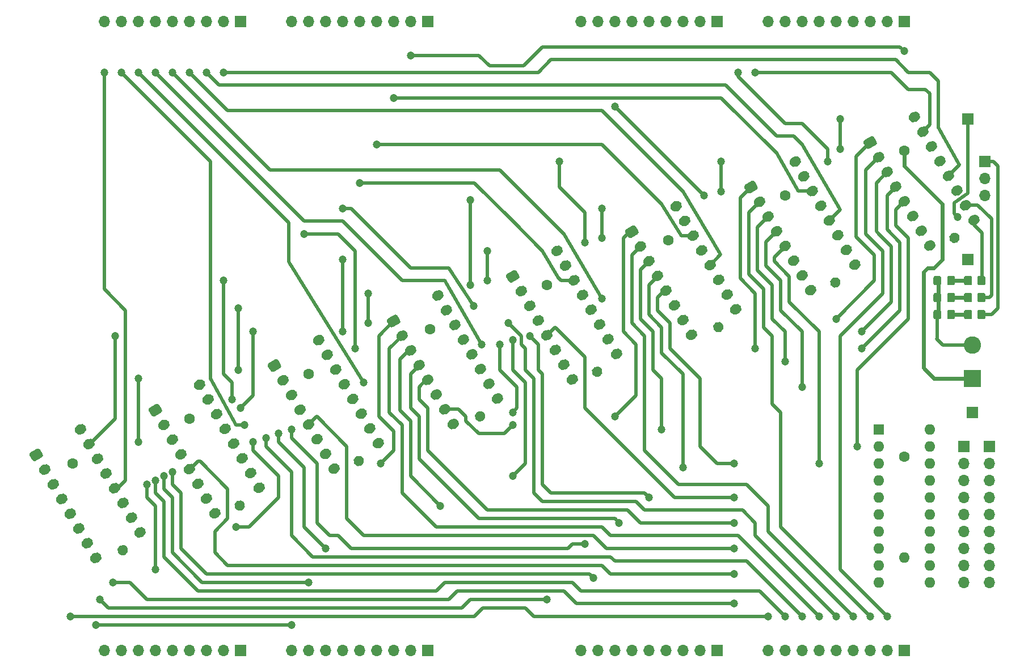
<source format=gbr>
%TF.GenerationSoftware,KiCad,Pcbnew,(5.1.8)-1*%
%TF.CreationDate,2024-07-21T13:54:42+03:00*%
%TF.ProjectId,MUX8x1-v5,4d555838-7831-42d7-9635-2e6b69636164,rev?*%
%TF.SameCoordinates,Original*%
%TF.FileFunction,Copper,L1,Top*%
%TF.FilePolarity,Positive*%
%FSLAX46Y46*%
G04 Gerber Fmt 4.6, Leading zero omitted, Abs format (unit mm)*
G04 Created by KiCad (PCBNEW (5.1.8)-1) date 2024-07-21 13:54:42*
%MOMM*%
%LPD*%
G01*
G04 APERTURE LIST*
%TA.AperFunction,ComponentPad*%
%ADD10R,1.700000X1.700000*%
%TD*%
%TA.AperFunction,ComponentPad*%
%ADD11O,1.700000X1.700000*%
%TD*%
%TA.AperFunction,ComponentPad*%
%ADD12O,1.600000X1.600000*%
%TD*%
%TA.AperFunction,ComponentPad*%
%ADD13R,1.600000X1.600000*%
%TD*%
%TA.AperFunction,ComponentPad*%
%ADD14C,2.600000*%
%TD*%
%TA.AperFunction,ComponentPad*%
%ADD15R,2.600000X2.600000*%
%TD*%
%TA.AperFunction,ComponentPad*%
%ADD16C,1.600000*%
%TD*%
%TA.AperFunction,ViaPad*%
%ADD17C,1.200000*%
%TD*%
%TA.AperFunction,Conductor*%
%ADD18C,0.600000*%
%TD*%
%TA.AperFunction,Conductor*%
%ADD19C,0.500000*%
%TD*%
G04 APERTURE END LIST*
D10*
%TO.P,J20,1*%
%TO.N,/~EH*%
X172085000Y-68580000D03*
%TD*%
D11*
%TO.P,J11,9*%
%TO.N,/C7*%
X142240000Y-127000000D03*
%TO.P,J11,8*%
%TO.N,/C6*%
X144780000Y-127000000D03*
%TO.P,J11,7*%
%TO.N,/C5*%
X147320000Y-127000000D03*
%TO.P,J11,6*%
%TO.N,/C4*%
X149860000Y-127000000D03*
%TO.P,J11,5*%
%TO.N,/C3*%
X152400000Y-127000000D03*
%TO.P,J11,4*%
%TO.N,/C2*%
X154940000Y-127000000D03*
%TO.P,J11,3*%
%TO.N,/C1*%
X157480000Y-127000000D03*
%TO.P,J11,2*%
%TO.N,/C0*%
X160020000Y-127000000D03*
D10*
%TO.P,J11,1*%
%TO.N,GND*%
X162560000Y-127000000D03*
%TD*%
D12*
%TO.P,U9,20*%
%TO.N,VCC*%
X166370000Y-93980000D03*
%TO.P,U9,10*%
%TO.N,GND*%
X158750000Y-116840000D03*
%TO.P,U9,19*%
%TO.N,/~OE*%
X166370000Y-96520000D03*
%TO.P,U9,9*%
%TO.N,/O7*%
X158750000Y-114300000D03*
%TO.P,U9,18*%
%TO.N,/BUS0*%
X166370000Y-99060000D03*
%TO.P,U9,8*%
%TO.N,/O6*%
X158750000Y-111760000D03*
%TO.P,U9,17*%
%TO.N,/BUS1*%
X166370000Y-101600000D03*
%TO.P,U9,7*%
%TO.N,/O5*%
X158750000Y-109220000D03*
%TO.P,U9,16*%
%TO.N,/BUS2*%
X166370000Y-104140000D03*
%TO.P,U9,6*%
%TO.N,/O4*%
X158750000Y-106680000D03*
%TO.P,U9,15*%
%TO.N,/BUS3*%
X166370000Y-106680000D03*
%TO.P,U9,5*%
%TO.N,/O3*%
X158750000Y-104140000D03*
%TO.P,U9,14*%
%TO.N,/BUS4*%
X166370000Y-109220000D03*
%TO.P,U9,4*%
%TO.N,/O2*%
X158750000Y-101600000D03*
%TO.P,U9,13*%
%TO.N,/BUS5*%
X166370000Y-111760000D03*
%TO.P,U9,3*%
%TO.N,/O1*%
X158750000Y-99060000D03*
%TO.P,U9,12*%
%TO.N,/BUS6*%
X166370000Y-114300000D03*
%TO.P,U9,2*%
%TO.N,/O0*%
X158750000Y-96520000D03*
%TO.P,U9,11*%
%TO.N,/BUS7*%
X166370000Y-116840000D03*
D13*
%TO.P,U9,1*%
%TO.N,Net-(R2-Pad1)*%
X158750000Y-93980000D03*
%TD*%
%TO.P,U8,16*%
%TO.N,VCC*%
%TA.AperFunction,ComponentPad*%
G36*
G01*
X38839691Y-94430000D02*
X38839691Y-94430000D01*
G75*
G02*
X39114210Y-93405481I649519J375000D01*
G01*
X39374018Y-93255481D01*
G75*
G02*
X40398537Y-93530000I375000J-649519D01*
G01*
X40398537Y-93530000D01*
G75*
G02*
X40124018Y-94554519I-649519J-375000D01*
G01*
X39864210Y-94704519D01*
G75*
G02*
X38839691Y-94430000I-375000J649519D01*
G01*
G37*
%TD.AperFunction*%
%TO.P,U8,8*%
%TO.N,GND*%
%TA.AperFunction,ComponentPad*%
G36*
G01*
X41130577Y-113637932D02*
X41130577Y-113637932D01*
G75*
G02*
X41405096Y-112613413I649519J375000D01*
G01*
X41664904Y-112463413D01*
G75*
G02*
X42689423Y-112737932I375000J-649519D01*
G01*
X42689423Y-112737932D01*
G75*
G02*
X42414904Y-113762451I-649519J-375000D01*
G01*
X42155096Y-113912451D01*
G75*
G02*
X41130577Y-113637932I-375000J649519D01*
G01*
G37*
%TD.AperFunction*%
%TO.P,U8,15*%
%TO.N,/E7*%
%TA.AperFunction,ComponentPad*%
G36*
G01*
X40109691Y-96629705D02*
X40109691Y-96629705D01*
G75*
G02*
X40384210Y-95605186I649519J375000D01*
G01*
X40644018Y-95455186D01*
G75*
G02*
X41668537Y-95729705I375000J-649519D01*
G01*
X41668537Y-95729705D01*
G75*
G02*
X41394018Y-96754224I-649519J-375000D01*
G01*
X41134210Y-96904224D01*
G75*
G02*
X40109691Y-96629705I-375000J649519D01*
G01*
G37*
%TD.AperFunction*%
%TO.P,U8,7*%
%TO.N,/~EH*%
%TA.AperFunction,ComponentPad*%
G36*
G01*
X39860577Y-111438227D02*
X39860577Y-111438227D01*
G75*
G02*
X40135096Y-110413708I649519J375000D01*
G01*
X40394904Y-110263708D01*
G75*
G02*
X41419423Y-110538227I375000J-649519D01*
G01*
X41419423Y-110538227D01*
G75*
G02*
X41144904Y-111562746I-649519J-375000D01*
G01*
X40885096Y-111712746D01*
G75*
G02*
X39860577Y-111438227I-375000J649519D01*
G01*
G37*
%TD.AperFunction*%
%TO.P,U8,14*%
%TO.N,/F7*%
%TA.AperFunction,ComponentPad*%
G36*
G01*
X41379691Y-98829409D02*
X41379691Y-98829409D01*
G75*
G02*
X41654210Y-97804890I649519J375000D01*
G01*
X41914018Y-97654890D01*
G75*
G02*
X42938537Y-97929409I375000J-649519D01*
G01*
X42938537Y-97929409D01*
G75*
G02*
X42664018Y-98953928I-649519J-375000D01*
G01*
X42404210Y-99103928D01*
G75*
G02*
X41379691Y-98829409I-375000J649519D01*
G01*
G37*
%TD.AperFunction*%
%TO.P,U8,6*%
%TO.N,Net-(U8-Pad6)*%
%TA.AperFunction,ComponentPad*%
G36*
G01*
X38590577Y-109238523D02*
X38590577Y-109238523D01*
G75*
G02*
X38865096Y-108214004I649519J375000D01*
G01*
X39124904Y-108064004D01*
G75*
G02*
X40149423Y-108338523I375000J-649519D01*
G01*
X40149423Y-108338523D01*
G75*
G02*
X39874904Y-109363042I-649519J-375000D01*
G01*
X39615096Y-109513042D01*
G75*
G02*
X38590577Y-109238523I-375000J649519D01*
G01*
G37*
%TD.AperFunction*%
%TO.P,U8,13*%
%TO.N,/G7*%
%TA.AperFunction,ComponentPad*%
G36*
G01*
X42649691Y-101029114D02*
X42649691Y-101029114D01*
G75*
G02*
X42924210Y-100004595I649519J375000D01*
G01*
X43184018Y-99854595D01*
G75*
G02*
X44208537Y-100129114I375000J-649519D01*
G01*
X44208537Y-100129114D01*
G75*
G02*
X43934018Y-101153633I-649519J-375000D01*
G01*
X43674210Y-101303633D01*
G75*
G02*
X42649691Y-101029114I-375000J649519D01*
G01*
G37*
%TD.AperFunction*%
%TO.P,U8,5*%
%TO.N,/O7*%
%TA.AperFunction,ComponentPad*%
G36*
G01*
X37320577Y-107038818D02*
X37320577Y-107038818D01*
G75*
G02*
X37595096Y-106014299I649519J375000D01*
G01*
X37854904Y-105864299D01*
G75*
G02*
X38879423Y-106138818I375000J-649519D01*
G01*
X38879423Y-106138818D01*
G75*
G02*
X38604904Y-107163337I-649519J-375000D01*
G01*
X38345096Y-107313337D01*
G75*
G02*
X37320577Y-107038818I-375000J649519D01*
G01*
G37*
%TD.AperFunction*%
%TO.P,U8,12*%
%TO.N,/H7*%
%TA.AperFunction,ComponentPad*%
G36*
G01*
X43919691Y-103228818D02*
X43919691Y-103228818D01*
G75*
G02*
X44194210Y-102204299I649519J375000D01*
G01*
X44454018Y-102054299D01*
G75*
G02*
X45478537Y-102328818I375000J-649519D01*
G01*
X45478537Y-102328818D01*
G75*
G02*
X45204018Y-103353337I-649519J-375000D01*
G01*
X44944210Y-103503337D01*
G75*
G02*
X43919691Y-103228818I-375000J649519D01*
G01*
G37*
%TD.AperFunction*%
%TO.P,U8,4*%
%TO.N,/A7*%
%TA.AperFunction,ComponentPad*%
G36*
G01*
X36050577Y-104839114D02*
X36050577Y-104839114D01*
G75*
G02*
X36325096Y-103814595I649519J375000D01*
G01*
X36584904Y-103664595D01*
G75*
G02*
X37609423Y-103939114I375000J-649519D01*
G01*
X37609423Y-103939114D01*
G75*
G02*
X37334904Y-104963633I-649519J-375000D01*
G01*
X37075096Y-105113633D01*
G75*
G02*
X36050577Y-104839114I-375000J649519D01*
G01*
G37*
%TD.AperFunction*%
%TO.P,U8,11*%
%TO.N,/S0*%
%TA.AperFunction,ComponentPad*%
G36*
G01*
X45189691Y-105428523D02*
X45189691Y-105428523D01*
G75*
G02*
X45464210Y-104404004I649519J375000D01*
G01*
X45724018Y-104254004D01*
G75*
G02*
X46748537Y-104528523I375000J-649519D01*
G01*
X46748537Y-104528523D01*
G75*
G02*
X46474018Y-105553042I-649519J-375000D01*
G01*
X46214210Y-105703042D01*
G75*
G02*
X45189691Y-105428523I-375000J649519D01*
G01*
G37*
%TD.AperFunction*%
%TO.P,U8,3*%
%TO.N,/B7*%
%TA.AperFunction,ComponentPad*%
G36*
G01*
X34780577Y-102639409D02*
X34780577Y-102639409D01*
G75*
G02*
X35055096Y-101614890I649519J375000D01*
G01*
X35314904Y-101464890D01*
G75*
G02*
X36339423Y-101739409I375000J-649519D01*
G01*
X36339423Y-101739409D01*
G75*
G02*
X36064904Y-102763928I-649519J-375000D01*
G01*
X35805096Y-102913928D01*
G75*
G02*
X34780577Y-102639409I-375000J649519D01*
G01*
G37*
%TD.AperFunction*%
%TO.P,U8,10*%
%TO.N,/S1*%
%TA.AperFunction,ComponentPad*%
G36*
G01*
X46459691Y-107628227D02*
X46459691Y-107628227D01*
G75*
G02*
X46734210Y-106603708I649519J375000D01*
G01*
X46994018Y-106453708D01*
G75*
G02*
X48018537Y-106728227I375000J-649519D01*
G01*
X48018537Y-106728227D01*
G75*
G02*
X47744018Y-107752746I-649519J-375000D01*
G01*
X47484210Y-107902746D01*
G75*
G02*
X46459691Y-107628227I-375000J649519D01*
G01*
G37*
%TD.AperFunction*%
%TO.P,U8,2*%
%TO.N,/C7*%
%TA.AperFunction,ComponentPad*%
G36*
G01*
X33510577Y-100439705D02*
X33510577Y-100439705D01*
G75*
G02*
X33785096Y-99415186I649519J375000D01*
G01*
X34044904Y-99265186D01*
G75*
G02*
X35069423Y-99539705I375000J-649519D01*
G01*
X35069423Y-99539705D01*
G75*
G02*
X34794904Y-100564224I-649519J-375000D01*
G01*
X34535096Y-100714224D01*
G75*
G02*
X33510577Y-100439705I-375000J649519D01*
G01*
G37*
%TD.AperFunction*%
%TO.P,U8,9*%
%TO.N,/S2*%
%TA.AperFunction,ComponentPad*%
G36*
G01*
X47729691Y-109827932D02*
X47729691Y-109827932D01*
G75*
G02*
X48004210Y-108803413I649519J375000D01*
G01*
X48264018Y-108653413D01*
G75*
G02*
X49288537Y-108927932I375000J-649519D01*
G01*
X49288537Y-108927932D01*
G75*
G02*
X49014018Y-109952451I-649519J-375000D01*
G01*
X48754210Y-110102451D01*
G75*
G02*
X47729691Y-109827932I-375000J649519D01*
G01*
G37*
%TD.AperFunction*%
%TO.P,U8,1*%
%TO.N,/D7*%
%TA.AperFunction,ComponentPad*%
G36*
G01*
X32428077Y-98564760D02*
X32053077Y-97915240D01*
G75*
G02*
X32190337Y-97402980I324760J187500D01*
G01*
X33099663Y-96877980D01*
G75*
G02*
X33611923Y-97015240I187500J-324760D01*
G01*
X33986923Y-97664760D01*
G75*
G02*
X33849663Y-98177020I-324760J-187500D01*
G01*
X32940337Y-98702020D01*
G75*
G02*
X32428077Y-98564760I-187500J324760D01*
G01*
G37*
%TD.AperFunction*%
%TD*%
%TO.P,U7,16*%
%TO.N,VCC*%
%TA.AperFunction,ComponentPad*%
G36*
G01*
X56619691Y-87762500D02*
X56619691Y-87762500D01*
G75*
G02*
X56894210Y-86737981I649519J375000D01*
G01*
X57154018Y-86587981D01*
G75*
G02*
X58178537Y-86862500I375000J-649519D01*
G01*
X58178537Y-86862500D01*
G75*
G02*
X57904018Y-87887019I-649519J-375000D01*
G01*
X57644210Y-88037019D01*
G75*
G02*
X56619691Y-87762500I-375000J649519D01*
G01*
G37*
%TD.AperFunction*%
%TO.P,U7,8*%
%TO.N,GND*%
%TA.AperFunction,ComponentPad*%
G36*
G01*
X58910577Y-106970432D02*
X58910577Y-106970432D01*
G75*
G02*
X59185096Y-105945913I649519J375000D01*
G01*
X59444904Y-105795913D01*
G75*
G02*
X60469423Y-106070432I375000J-649519D01*
G01*
X60469423Y-106070432D01*
G75*
G02*
X60194904Y-107094951I-649519J-375000D01*
G01*
X59935096Y-107244951D01*
G75*
G02*
X58910577Y-106970432I-375000J649519D01*
G01*
G37*
%TD.AperFunction*%
%TO.P,U7,15*%
%TO.N,/E6*%
%TA.AperFunction,ComponentPad*%
G36*
G01*
X57889691Y-89962205D02*
X57889691Y-89962205D01*
G75*
G02*
X58164210Y-88937686I649519J375000D01*
G01*
X58424018Y-88787686D01*
G75*
G02*
X59448537Y-89062205I375000J-649519D01*
G01*
X59448537Y-89062205D01*
G75*
G02*
X59174018Y-90086724I-649519J-375000D01*
G01*
X58914210Y-90236724D01*
G75*
G02*
X57889691Y-89962205I-375000J649519D01*
G01*
G37*
%TD.AperFunction*%
%TO.P,U7,7*%
%TO.N,/~EH*%
%TA.AperFunction,ComponentPad*%
G36*
G01*
X57640577Y-104770727D02*
X57640577Y-104770727D01*
G75*
G02*
X57915096Y-103746208I649519J375000D01*
G01*
X58174904Y-103596208D01*
G75*
G02*
X59199423Y-103870727I375000J-649519D01*
G01*
X59199423Y-103870727D01*
G75*
G02*
X58924904Y-104895246I-649519J-375000D01*
G01*
X58665096Y-105045246D01*
G75*
G02*
X57640577Y-104770727I-375000J649519D01*
G01*
G37*
%TD.AperFunction*%
%TO.P,U7,14*%
%TO.N,/F6*%
%TA.AperFunction,ComponentPad*%
G36*
G01*
X59159691Y-92161909D02*
X59159691Y-92161909D01*
G75*
G02*
X59434210Y-91137390I649519J375000D01*
G01*
X59694018Y-90987390D01*
G75*
G02*
X60718537Y-91261909I375000J-649519D01*
G01*
X60718537Y-91261909D01*
G75*
G02*
X60444018Y-92286428I-649519J-375000D01*
G01*
X60184210Y-92436428D01*
G75*
G02*
X59159691Y-92161909I-375000J649519D01*
G01*
G37*
%TD.AperFunction*%
%TO.P,U7,6*%
%TO.N,Net-(U7-Pad6)*%
%TA.AperFunction,ComponentPad*%
G36*
G01*
X56370577Y-102571023D02*
X56370577Y-102571023D01*
G75*
G02*
X56645096Y-101546504I649519J375000D01*
G01*
X56904904Y-101396504D01*
G75*
G02*
X57929423Y-101671023I375000J-649519D01*
G01*
X57929423Y-101671023D01*
G75*
G02*
X57654904Y-102695542I-649519J-375000D01*
G01*
X57395096Y-102845542D01*
G75*
G02*
X56370577Y-102571023I-375000J649519D01*
G01*
G37*
%TD.AperFunction*%
%TO.P,U7,13*%
%TO.N,/G6*%
%TA.AperFunction,ComponentPad*%
G36*
G01*
X60429691Y-94361614D02*
X60429691Y-94361614D01*
G75*
G02*
X60704210Y-93337095I649519J375000D01*
G01*
X60964018Y-93187095D01*
G75*
G02*
X61988537Y-93461614I375000J-649519D01*
G01*
X61988537Y-93461614D01*
G75*
G02*
X61714018Y-94486133I-649519J-375000D01*
G01*
X61454210Y-94636133D01*
G75*
G02*
X60429691Y-94361614I-375000J649519D01*
G01*
G37*
%TD.AperFunction*%
%TO.P,U7,5*%
%TO.N,/O6*%
%TA.AperFunction,ComponentPad*%
G36*
G01*
X55100577Y-100371318D02*
X55100577Y-100371318D01*
G75*
G02*
X55375096Y-99346799I649519J375000D01*
G01*
X55634904Y-99196799D01*
G75*
G02*
X56659423Y-99471318I375000J-649519D01*
G01*
X56659423Y-99471318D01*
G75*
G02*
X56384904Y-100495837I-649519J-375000D01*
G01*
X56125096Y-100645837D01*
G75*
G02*
X55100577Y-100371318I-375000J649519D01*
G01*
G37*
%TD.AperFunction*%
%TO.P,U7,12*%
%TO.N,/H6*%
%TA.AperFunction,ComponentPad*%
G36*
G01*
X61699691Y-96561318D02*
X61699691Y-96561318D01*
G75*
G02*
X61974210Y-95536799I649519J375000D01*
G01*
X62234018Y-95386799D01*
G75*
G02*
X63258537Y-95661318I375000J-649519D01*
G01*
X63258537Y-95661318D01*
G75*
G02*
X62984018Y-96685837I-649519J-375000D01*
G01*
X62724210Y-96835837D01*
G75*
G02*
X61699691Y-96561318I-375000J649519D01*
G01*
G37*
%TD.AperFunction*%
%TO.P,U7,4*%
%TO.N,/A6*%
%TA.AperFunction,ComponentPad*%
G36*
G01*
X53830577Y-98171614D02*
X53830577Y-98171614D01*
G75*
G02*
X54105096Y-97147095I649519J375000D01*
G01*
X54364904Y-96997095D01*
G75*
G02*
X55389423Y-97271614I375000J-649519D01*
G01*
X55389423Y-97271614D01*
G75*
G02*
X55114904Y-98296133I-649519J-375000D01*
G01*
X54855096Y-98446133D01*
G75*
G02*
X53830577Y-98171614I-375000J649519D01*
G01*
G37*
%TD.AperFunction*%
%TO.P,U7,11*%
%TO.N,/S0*%
%TA.AperFunction,ComponentPad*%
G36*
G01*
X62969691Y-98761023D02*
X62969691Y-98761023D01*
G75*
G02*
X63244210Y-97736504I649519J375000D01*
G01*
X63504018Y-97586504D01*
G75*
G02*
X64528537Y-97861023I375000J-649519D01*
G01*
X64528537Y-97861023D01*
G75*
G02*
X64254018Y-98885542I-649519J-375000D01*
G01*
X63994210Y-99035542D01*
G75*
G02*
X62969691Y-98761023I-375000J649519D01*
G01*
G37*
%TD.AperFunction*%
%TO.P,U7,3*%
%TO.N,/B6*%
%TA.AperFunction,ComponentPad*%
G36*
G01*
X52560577Y-95971909D02*
X52560577Y-95971909D01*
G75*
G02*
X52835096Y-94947390I649519J375000D01*
G01*
X53094904Y-94797390D01*
G75*
G02*
X54119423Y-95071909I375000J-649519D01*
G01*
X54119423Y-95071909D01*
G75*
G02*
X53844904Y-96096428I-649519J-375000D01*
G01*
X53585096Y-96246428D01*
G75*
G02*
X52560577Y-95971909I-375000J649519D01*
G01*
G37*
%TD.AperFunction*%
%TO.P,U7,10*%
%TO.N,/S1*%
%TA.AperFunction,ComponentPad*%
G36*
G01*
X64239691Y-100960727D02*
X64239691Y-100960727D01*
G75*
G02*
X64514210Y-99936208I649519J375000D01*
G01*
X64774018Y-99786208D01*
G75*
G02*
X65798537Y-100060727I375000J-649519D01*
G01*
X65798537Y-100060727D01*
G75*
G02*
X65524018Y-101085246I-649519J-375000D01*
G01*
X65264210Y-101235246D01*
G75*
G02*
X64239691Y-100960727I-375000J649519D01*
G01*
G37*
%TD.AperFunction*%
%TO.P,U7,2*%
%TO.N,/C6*%
%TA.AperFunction,ComponentPad*%
G36*
G01*
X51290577Y-93772205D02*
X51290577Y-93772205D01*
G75*
G02*
X51565096Y-92747686I649519J375000D01*
G01*
X51824904Y-92597686D01*
G75*
G02*
X52849423Y-92872205I375000J-649519D01*
G01*
X52849423Y-92872205D01*
G75*
G02*
X52574904Y-93896724I-649519J-375000D01*
G01*
X52315096Y-94046724D01*
G75*
G02*
X51290577Y-93772205I-375000J649519D01*
G01*
G37*
%TD.AperFunction*%
%TO.P,U7,9*%
%TO.N,/S2*%
%TA.AperFunction,ComponentPad*%
G36*
G01*
X65509691Y-103160432D02*
X65509691Y-103160432D01*
G75*
G02*
X65784210Y-102135913I649519J375000D01*
G01*
X66044018Y-101985913D01*
G75*
G02*
X67068537Y-102260432I375000J-649519D01*
G01*
X67068537Y-102260432D01*
G75*
G02*
X66794018Y-103284951I-649519J-375000D01*
G01*
X66534210Y-103434951D01*
G75*
G02*
X65509691Y-103160432I-375000J649519D01*
G01*
G37*
%TD.AperFunction*%
%TO.P,U7,1*%
%TO.N,/D6*%
%TA.AperFunction,ComponentPad*%
G36*
G01*
X50208077Y-91897260D02*
X49833077Y-91247740D01*
G75*
G02*
X49970337Y-90735480I324760J187500D01*
G01*
X50879663Y-90210480D01*
G75*
G02*
X51391923Y-90347740I187500J-324760D01*
G01*
X51766923Y-90997260D01*
G75*
G02*
X51629663Y-91509520I-324760J-187500D01*
G01*
X50720337Y-92034520D01*
G75*
G02*
X50208077Y-91897260I-187500J324760D01*
G01*
G37*
%TD.AperFunction*%
%TD*%
%TO.P,U6,16*%
%TO.N,VCC*%
%TA.AperFunction,ComponentPad*%
G36*
G01*
X74399691Y-81095000D02*
X74399691Y-81095000D01*
G75*
G02*
X74674210Y-80070481I649519J375000D01*
G01*
X74934018Y-79920481D01*
G75*
G02*
X75958537Y-80195000I375000J-649519D01*
G01*
X75958537Y-80195000D01*
G75*
G02*
X75684018Y-81219519I-649519J-375000D01*
G01*
X75424210Y-81369519D01*
G75*
G02*
X74399691Y-81095000I-375000J649519D01*
G01*
G37*
%TD.AperFunction*%
%TO.P,U6,8*%
%TO.N,GND*%
%TA.AperFunction,ComponentPad*%
G36*
G01*
X76690577Y-100302932D02*
X76690577Y-100302932D01*
G75*
G02*
X76965096Y-99278413I649519J375000D01*
G01*
X77224904Y-99128413D01*
G75*
G02*
X78249423Y-99402932I375000J-649519D01*
G01*
X78249423Y-99402932D01*
G75*
G02*
X77974904Y-100427451I-649519J-375000D01*
G01*
X77715096Y-100577451D01*
G75*
G02*
X76690577Y-100302932I-375000J649519D01*
G01*
G37*
%TD.AperFunction*%
%TO.P,U6,15*%
%TO.N,/E5*%
%TA.AperFunction,ComponentPad*%
G36*
G01*
X75669691Y-83294705D02*
X75669691Y-83294705D01*
G75*
G02*
X75944210Y-82270186I649519J375000D01*
G01*
X76204018Y-82120186D01*
G75*
G02*
X77228537Y-82394705I375000J-649519D01*
G01*
X77228537Y-82394705D01*
G75*
G02*
X76954018Y-83419224I-649519J-375000D01*
G01*
X76694210Y-83569224D01*
G75*
G02*
X75669691Y-83294705I-375000J649519D01*
G01*
G37*
%TD.AperFunction*%
%TO.P,U6,7*%
%TO.N,/~EH*%
%TA.AperFunction,ComponentPad*%
G36*
G01*
X75420577Y-98103227D02*
X75420577Y-98103227D01*
G75*
G02*
X75695096Y-97078708I649519J375000D01*
G01*
X75954904Y-96928708D01*
G75*
G02*
X76979423Y-97203227I375000J-649519D01*
G01*
X76979423Y-97203227D01*
G75*
G02*
X76704904Y-98227746I-649519J-375000D01*
G01*
X76445096Y-98377746D01*
G75*
G02*
X75420577Y-98103227I-375000J649519D01*
G01*
G37*
%TD.AperFunction*%
%TO.P,U6,14*%
%TO.N,/F5*%
%TA.AperFunction,ComponentPad*%
G36*
G01*
X76939691Y-85494409D02*
X76939691Y-85494409D01*
G75*
G02*
X77214210Y-84469890I649519J375000D01*
G01*
X77474018Y-84319890D01*
G75*
G02*
X78498537Y-84594409I375000J-649519D01*
G01*
X78498537Y-84594409D01*
G75*
G02*
X78224018Y-85618928I-649519J-375000D01*
G01*
X77964210Y-85768928D01*
G75*
G02*
X76939691Y-85494409I-375000J649519D01*
G01*
G37*
%TD.AperFunction*%
%TO.P,U6,6*%
%TO.N,Net-(U6-Pad6)*%
%TA.AperFunction,ComponentPad*%
G36*
G01*
X74150577Y-95903523D02*
X74150577Y-95903523D01*
G75*
G02*
X74425096Y-94879004I649519J375000D01*
G01*
X74684904Y-94729004D01*
G75*
G02*
X75709423Y-95003523I375000J-649519D01*
G01*
X75709423Y-95003523D01*
G75*
G02*
X75434904Y-96028042I-649519J-375000D01*
G01*
X75175096Y-96178042D01*
G75*
G02*
X74150577Y-95903523I-375000J649519D01*
G01*
G37*
%TD.AperFunction*%
%TO.P,U6,13*%
%TO.N,/G5*%
%TA.AperFunction,ComponentPad*%
G36*
G01*
X78209691Y-87694114D02*
X78209691Y-87694114D01*
G75*
G02*
X78484210Y-86669595I649519J375000D01*
G01*
X78744018Y-86519595D01*
G75*
G02*
X79768537Y-86794114I375000J-649519D01*
G01*
X79768537Y-86794114D01*
G75*
G02*
X79494018Y-87818633I-649519J-375000D01*
G01*
X79234210Y-87968633D01*
G75*
G02*
X78209691Y-87694114I-375000J649519D01*
G01*
G37*
%TD.AperFunction*%
%TO.P,U6,5*%
%TO.N,/O5*%
%TA.AperFunction,ComponentPad*%
G36*
G01*
X72880577Y-93703818D02*
X72880577Y-93703818D01*
G75*
G02*
X73155096Y-92679299I649519J375000D01*
G01*
X73414904Y-92529299D01*
G75*
G02*
X74439423Y-92803818I375000J-649519D01*
G01*
X74439423Y-92803818D01*
G75*
G02*
X74164904Y-93828337I-649519J-375000D01*
G01*
X73905096Y-93978337D01*
G75*
G02*
X72880577Y-93703818I-375000J649519D01*
G01*
G37*
%TD.AperFunction*%
%TO.P,U6,12*%
%TO.N,/H5*%
%TA.AperFunction,ComponentPad*%
G36*
G01*
X79479691Y-89893818D02*
X79479691Y-89893818D01*
G75*
G02*
X79754210Y-88869299I649519J375000D01*
G01*
X80014018Y-88719299D01*
G75*
G02*
X81038537Y-88993818I375000J-649519D01*
G01*
X81038537Y-88993818D01*
G75*
G02*
X80764018Y-90018337I-649519J-375000D01*
G01*
X80504210Y-90168337D01*
G75*
G02*
X79479691Y-89893818I-375000J649519D01*
G01*
G37*
%TD.AperFunction*%
%TO.P,U6,4*%
%TO.N,/A5*%
%TA.AperFunction,ComponentPad*%
G36*
G01*
X71610577Y-91504114D02*
X71610577Y-91504114D01*
G75*
G02*
X71885096Y-90479595I649519J375000D01*
G01*
X72144904Y-90329595D01*
G75*
G02*
X73169423Y-90604114I375000J-649519D01*
G01*
X73169423Y-90604114D01*
G75*
G02*
X72894904Y-91628633I-649519J-375000D01*
G01*
X72635096Y-91778633D01*
G75*
G02*
X71610577Y-91504114I-375000J649519D01*
G01*
G37*
%TD.AperFunction*%
%TO.P,U6,11*%
%TO.N,/S0*%
%TA.AperFunction,ComponentPad*%
G36*
G01*
X80749691Y-92093523D02*
X80749691Y-92093523D01*
G75*
G02*
X81024210Y-91069004I649519J375000D01*
G01*
X81284018Y-90919004D01*
G75*
G02*
X82308537Y-91193523I375000J-649519D01*
G01*
X82308537Y-91193523D01*
G75*
G02*
X82034018Y-92218042I-649519J-375000D01*
G01*
X81774210Y-92368042D01*
G75*
G02*
X80749691Y-92093523I-375000J649519D01*
G01*
G37*
%TD.AperFunction*%
%TO.P,U6,3*%
%TO.N,/B5*%
%TA.AperFunction,ComponentPad*%
G36*
G01*
X70340577Y-89304409D02*
X70340577Y-89304409D01*
G75*
G02*
X70615096Y-88279890I649519J375000D01*
G01*
X70874904Y-88129890D01*
G75*
G02*
X71899423Y-88404409I375000J-649519D01*
G01*
X71899423Y-88404409D01*
G75*
G02*
X71624904Y-89428928I-649519J-375000D01*
G01*
X71365096Y-89578928D01*
G75*
G02*
X70340577Y-89304409I-375000J649519D01*
G01*
G37*
%TD.AperFunction*%
%TO.P,U6,10*%
%TO.N,/S1*%
%TA.AperFunction,ComponentPad*%
G36*
G01*
X82019691Y-94293227D02*
X82019691Y-94293227D01*
G75*
G02*
X82294210Y-93268708I649519J375000D01*
G01*
X82554018Y-93118708D01*
G75*
G02*
X83578537Y-93393227I375000J-649519D01*
G01*
X83578537Y-93393227D01*
G75*
G02*
X83304018Y-94417746I-649519J-375000D01*
G01*
X83044210Y-94567746D01*
G75*
G02*
X82019691Y-94293227I-375000J649519D01*
G01*
G37*
%TD.AperFunction*%
%TO.P,U6,2*%
%TO.N,/C5*%
%TA.AperFunction,ComponentPad*%
G36*
G01*
X69070577Y-87104705D02*
X69070577Y-87104705D01*
G75*
G02*
X69345096Y-86080186I649519J375000D01*
G01*
X69604904Y-85930186D01*
G75*
G02*
X70629423Y-86204705I375000J-649519D01*
G01*
X70629423Y-86204705D01*
G75*
G02*
X70354904Y-87229224I-649519J-375000D01*
G01*
X70095096Y-87379224D01*
G75*
G02*
X69070577Y-87104705I-375000J649519D01*
G01*
G37*
%TD.AperFunction*%
%TO.P,U6,9*%
%TO.N,/S2*%
%TA.AperFunction,ComponentPad*%
G36*
G01*
X83289691Y-96492932D02*
X83289691Y-96492932D01*
G75*
G02*
X83564210Y-95468413I649519J375000D01*
G01*
X83824018Y-95318413D01*
G75*
G02*
X84848537Y-95592932I375000J-649519D01*
G01*
X84848537Y-95592932D01*
G75*
G02*
X84574018Y-96617451I-649519J-375000D01*
G01*
X84314210Y-96767451D01*
G75*
G02*
X83289691Y-96492932I-375000J649519D01*
G01*
G37*
%TD.AperFunction*%
%TO.P,U6,1*%
%TO.N,/D5*%
%TA.AperFunction,ComponentPad*%
G36*
G01*
X67988077Y-85229760D02*
X67613077Y-84580240D01*
G75*
G02*
X67750337Y-84067980I324760J187500D01*
G01*
X68659663Y-83542980D01*
G75*
G02*
X69171923Y-83680240I187500J-324760D01*
G01*
X69546923Y-84329760D01*
G75*
G02*
X69409663Y-84842020I-324760J-187500D01*
G01*
X68500337Y-85367020D01*
G75*
G02*
X67988077Y-85229760I-187500J324760D01*
G01*
G37*
%TD.AperFunction*%
%TD*%
%TO.P,U5,16*%
%TO.N,VCC*%
%TA.AperFunction,ComponentPad*%
G36*
G01*
X92179691Y-74427500D02*
X92179691Y-74427500D01*
G75*
G02*
X92454210Y-73402981I649519J375000D01*
G01*
X92714018Y-73252981D01*
G75*
G02*
X93738537Y-73527500I375000J-649519D01*
G01*
X93738537Y-73527500D01*
G75*
G02*
X93464018Y-74552019I-649519J-375000D01*
G01*
X93204210Y-74702019D01*
G75*
G02*
X92179691Y-74427500I-375000J649519D01*
G01*
G37*
%TD.AperFunction*%
%TO.P,U5,8*%
%TO.N,GND*%
%TA.AperFunction,ComponentPad*%
G36*
G01*
X94470577Y-93635432D02*
X94470577Y-93635432D01*
G75*
G02*
X94745096Y-92610913I649519J375000D01*
G01*
X95004904Y-92460913D01*
G75*
G02*
X96029423Y-92735432I375000J-649519D01*
G01*
X96029423Y-92735432D01*
G75*
G02*
X95754904Y-93759951I-649519J-375000D01*
G01*
X95495096Y-93909951D01*
G75*
G02*
X94470577Y-93635432I-375000J649519D01*
G01*
G37*
%TD.AperFunction*%
%TO.P,U5,15*%
%TO.N,/E4*%
%TA.AperFunction,ComponentPad*%
G36*
G01*
X93449691Y-76627205D02*
X93449691Y-76627205D01*
G75*
G02*
X93724210Y-75602686I649519J375000D01*
G01*
X93984018Y-75452686D01*
G75*
G02*
X95008537Y-75727205I375000J-649519D01*
G01*
X95008537Y-75727205D01*
G75*
G02*
X94734018Y-76751724I-649519J-375000D01*
G01*
X94474210Y-76901724D01*
G75*
G02*
X93449691Y-76627205I-375000J649519D01*
G01*
G37*
%TD.AperFunction*%
%TO.P,U5,7*%
%TO.N,/~EH*%
%TA.AperFunction,ComponentPad*%
G36*
G01*
X93200577Y-91435727D02*
X93200577Y-91435727D01*
G75*
G02*
X93475096Y-90411208I649519J375000D01*
G01*
X93734904Y-90261208D01*
G75*
G02*
X94759423Y-90535727I375000J-649519D01*
G01*
X94759423Y-90535727D01*
G75*
G02*
X94484904Y-91560246I-649519J-375000D01*
G01*
X94225096Y-91710246D01*
G75*
G02*
X93200577Y-91435727I-375000J649519D01*
G01*
G37*
%TD.AperFunction*%
%TO.P,U5,14*%
%TO.N,/F4*%
%TA.AperFunction,ComponentPad*%
G36*
G01*
X94719691Y-78826909D02*
X94719691Y-78826909D01*
G75*
G02*
X94994210Y-77802390I649519J375000D01*
G01*
X95254018Y-77652390D01*
G75*
G02*
X96278537Y-77926909I375000J-649519D01*
G01*
X96278537Y-77926909D01*
G75*
G02*
X96004018Y-78951428I-649519J-375000D01*
G01*
X95744210Y-79101428D01*
G75*
G02*
X94719691Y-78826909I-375000J649519D01*
G01*
G37*
%TD.AperFunction*%
%TO.P,U5,6*%
%TO.N,Net-(U5-Pad6)*%
%TA.AperFunction,ComponentPad*%
G36*
G01*
X91930577Y-89236023D02*
X91930577Y-89236023D01*
G75*
G02*
X92205096Y-88211504I649519J375000D01*
G01*
X92464904Y-88061504D01*
G75*
G02*
X93489423Y-88336023I375000J-649519D01*
G01*
X93489423Y-88336023D01*
G75*
G02*
X93214904Y-89360542I-649519J-375000D01*
G01*
X92955096Y-89510542D01*
G75*
G02*
X91930577Y-89236023I-375000J649519D01*
G01*
G37*
%TD.AperFunction*%
%TO.P,U5,13*%
%TO.N,/G4*%
%TA.AperFunction,ComponentPad*%
G36*
G01*
X95989691Y-81026614D02*
X95989691Y-81026614D01*
G75*
G02*
X96264210Y-80002095I649519J375000D01*
G01*
X96524018Y-79852095D01*
G75*
G02*
X97548537Y-80126614I375000J-649519D01*
G01*
X97548537Y-80126614D01*
G75*
G02*
X97274018Y-81151133I-649519J-375000D01*
G01*
X97014210Y-81301133D01*
G75*
G02*
X95989691Y-81026614I-375000J649519D01*
G01*
G37*
%TD.AperFunction*%
%TO.P,U5,5*%
%TO.N,/O4*%
%TA.AperFunction,ComponentPad*%
G36*
G01*
X90660577Y-87036318D02*
X90660577Y-87036318D01*
G75*
G02*
X90935096Y-86011799I649519J375000D01*
G01*
X91194904Y-85861799D01*
G75*
G02*
X92219423Y-86136318I375000J-649519D01*
G01*
X92219423Y-86136318D01*
G75*
G02*
X91944904Y-87160837I-649519J-375000D01*
G01*
X91685096Y-87310837D01*
G75*
G02*
X90660577Y-87036318I-375000J649519D01*
G01*
G37*
%TD.AperFunction*%
%TO.P,U5,12*%
%TO.N,/H4*%
%TA.AperFunction,ComponentPad*%
G36*
G01*
X97259691Y-83226318D02*
X97259691Y-83226318D01*
G75*
G02*
X97534210Y-82201799I649519J375000D01*
G01*
X97794018Y-82051799D01*
G75*
G02*
X98818537Y-82326318I375000J-649519D01*
G01*
X98818537Y-82326318D01*
G75*
G02*
X98544018Y-83350837I-649519J-375000D01*
G01*
X98284210Y-83500837D01*
G75*
G02*
X97259691Y-83226318I-375000J649519D01*
G01*
G37*
%TD.AperFunction*%
%TO.P,U5,4*%
%TO.N,/A4*%
%TA.AperFunction,ComponentPad*%
G36*
G01*
X89390577Y-84836614D02*
X89390577Y-84836614D01*
G75*
G02*
X89665096Y-83812095I649519J375000D01*
G01*
X89924904Y-83662095D01*
G75*
G02*
X90949423Y-83936614I375000J-649519D01*
G01*
X90949423Y-83936614D01*
G75*
G02*
X90674904Y-84961133I-649519J-375000D01*
G01*
X90415096Y-85111133D01*
G75*
G02*
X89390577Y-84836614I-375000J649519D01*
G01*
G37*
%TD.AperFunction*%
%TO.P,U5,11*%
%TO.N,/S0*%
%TA.AperFunction,ComponentPad*%
G36*
G01*
X98529691Y-85426023D02*
X98529691Y-85426023D01*
G75*
G02*
X98804210Y-84401504I649519J375000D01*
G01*
X99064018Y-84251504D01*
G75*
G02*
X100088537Y-84526023I375000J-649519D01*
G01*
X100088537Y-84526023D01*
G75*
G02*
X99814018Y-85550542I-649519J-375000D01*
G01*
X99554210Y-85700542D01*
G75*
G02*
X98529691Y-85426023I-375000J649519D01*
G01*
G37*
%TD.AperFunction*%
%TO.P,U5,3*%
%TO.N,/B4*%
%TA.AperFunction,ComponentPad*%
G36*
G01*
X88120577Y-82636909D02*
X88120577Y-82636909D01*
G75*
G02*
X88395096Y-81612390I649519J375000D01*
G01*
X88654904Y-81462390D01*
G75*
G02*
X89679423Y-81736909I375000J-649519D01*
G01*
X89679423Y-81736909D01*
G75*
G02*
X89404904Y-82761428I-649519J-375000D01*
G01*
X89145096Y-82911428D01*
G75*
G02*
X88120577Y-82636909I-375000J649519D01*
G01*
G37*
%TD.AperFunction*%
%TO.P,U5,10*%
%TO.N,/S1*%
%TA.AperFunction,ComponentPad*%
G36*
G01*
X99799691Y-87625727D02*
X99799691Y-87625727D01*
G75*
G02*
X100074210Y-86601208I649519J375000D01*
G01*
X100334018Y-86451208D01*
G75*
G02*
X101358537Y-86725727I375000J-649519D01*
G01*
X101358537Y-86725727D01*
G75*
G02*
X101084018Y-87750246I-649519J-375000D01*
G01*
X100824210Y-87900246D01*
G75*
G02*
X99799691Y-87625727I-375000J649519D01*
G01*
G37*
%TD.AperFunction*%
%TO.P,U5,2*%
%TO.N,/C4*%
%TA.AperFunction,ComponentPad*%
G36*
G01*
X86850577Y-80437205D02*
X86850577Y-80437205D01*
G75*
G02*
X87125096Y-79412686I649519J375000D01*
G01*
X87384904Y-79262686D01*
G75*
G02*
X88409423Y-79537205I375000J-649519D01*
G01*
X88409423Y-79537205D01*
G75*
G02*
X88134904Y-80561724I-649519J-375000D01*
G01*
X87875096Y-80711724D01*
G75*
G02*
X86850577Y-80437205I-375000J649519D01*
G01*
G37*
%TD.AperFunction*%
%TO.P,U5,9*%
%TO.N,/S2*%
%TA.AperFunction,ComponentPad*%
G36*
G01*
X101069691Y-89825432D02*
X101069691Y-89825432D01*
G75*
G02*
X101344210Y-88800913I649519J375000D01*
G01*
X101604018Y-88650913D01*
G75*
G02*
X102628537Y-88925432I375000J-649519D01*
G01*
X102628537Y-88925432D01*
G75*
G02*
X102354018Y-89949951I-649519J-375000D01*
G01*
X102094210Y-90099951D01*
G75*
G02*
X101069691Y-89825432I-375000J649519D01*
G01*
G37*
%TD.AperFunction*%
%TO.P,U5,1*%
%TO.N,/D4*%
%TA.AperFunction,ComponentPad*%
G36*
G01*
X85768077Y-78562260D02*
X85393077Y-77912740D01*
G75*
G02*
X85530337Y-77400480I324760J187500D01*
G01*
X86439663Y-76875480D01*
G75*
G02*
X86951923Y-77012740I187500J-324760D01*
G01*
X87326923Y-77662260D01*
G75*
G02*
X87189663Y-78174520I-324760J-187500D01*
G01*
X86280337Y-78699520D01*
G75*
G02*
X85768077Y-78562260I-187500J324760D01*
G01*
G37*
%TD.AperFunction*%
%TD*%
%TO.P,U4,16*%
%TO.N,VCC*%
%TA.AperFunction,ComponentPad*%
G36*
G01*
X109959691Y-67760000D02*
X109959691Y-67760000D01*
G75*
G02*
X110234210Y-66735481I649519J375000D01*
G01*
X110494018Y-66585481D01*
G75*
G02*
X111518537Y-66860000I375000J-649519D01*
G01*
X111518537Y-66860000D01*
G75*
G02*
X111244018Y-67884519I-649519J-375000D01*
G01*
X110984210Y-68034519D01*
G75*
G02*
X109959691Y-67760000I-375000J649519D01*
G01*
G37*
%TD.AperFunction*%
%TO.P,U4,8*%
%TO.N,GND*%
%TA.AperFunction,ComponentPad*%
G36*
G01*
X112250577Y-86967932D02*
X112250577Y-86967932D01*
G75*
G02*
X112525096Y-85943413I649519J375000D01*
G01*
X112784904Y-85793413D01*
G75*
G02*
X113809423Y-86067932I375000J-649519D01*
G01*
X113809423Y-86067932D01*
G75*
G02*
X113534904Y-87092451I-649519J-375000D01*
G01*
X113275096Y-87242451D01*
G75*
G02*
X112250577Y-86967932I-375000J649519D01*
G01*
G37*
%TD.AperFunction*%
%TO.P,U4,15*%
%TO.N,/E3*%
%TA.AperFunction,ComponentPad*%
G36*
G01*
X111229691Y-69959705D02*
X111229691Y-69959705D01*
G75*
G02*
X111504210Y-68935186I649519J375000D01*
G01*
X111764018Y-68785186D01*
G75*
G02*
X112788537Y-69059705I375000J-649519D01*
G01*
X112788537Y-69059705D01*
G75*
G02*
X112514018Y-70084224I-649519J-375000D01*
G01*
X112254210Y-70234224D01*
G75*
G02*
X111229691Y-69959705I-375000J649519D01*
G01*
G37*
%TD.AperFunction*%
%TO.P,U4,7*%
%TO.N,/~EL*%
%TA.AperFunction,ComponentPad*%
G36*
G01*
X110980577Y-84768227D02*
X110980577Y-84768227D01*
G75*
G02*
X111255096Y-83743708I649519J375000D01*
G01*
X111514904Y-83593708D01*
G75*
G02*
X112539423Y-83868227I375000J-649519D01*
G01*
X112539423Y-83868227D01*
G75*
G02*
X112264904Y-84892746I-649519J-375000D01*
G01*
X112005096Y-85042746D01*
G75*
G02*
X110980577Y-84768227I-375000J649519D01*
G01*
G37*
%TD.AperFunction*%
%TO.P,U4,14*%
%TO.N,/F3*%
%TA.AperFunction,ComponentPad*%
G36*
G01*
X112499691Y-72159409D02*
X112499691Y-72159409D01*
G75*
G02*
X112774210Y-71134890I649519J375000D01*
G01*
X113034018Y-70984890D01*
G75*
G02*
X114058537Y-71259409I375000J-649519D01*
G01*
X114058537Y-71259409D01*
G75*
G02*
X113784018Y-72283928I-649519J-375000D01*
G01*
X113524210Y-72433928D01*
G75*
G02*
X112499691Y-72159409I-375000J649519D01*
G01*
G37*
%TD.AperFunction*%
%TO.P,U4,6*%
%TO.N,Net-(U4-Pad6)*%
%TA.AperFunction,ComponentPad*%
G36*
G01*
X109710577Y-82568523D02*
X109710577Y-82568523D01*
G75*
G02*
X109985096Y-81544004I649519J375000D01*
G01*
X110244904Y-81394004D01*
G75*
G02*
X111269423Y-81668523I375000J-649519D01*
G01*
X111269423Y-81668523D01*
G75*
G02*
X110994904Y-82693042I-649519J-375000D01*
G01*
X110735096Y-82843042D01*
G75*
G02*
X109710577Y-82568523I-375000J649519D01*
G01*
G37*
%TD.AperFunction*%
%TO.P,U4,13*%
%TO.N,/G3*%
%TA.AperFunction,ComponentPad*%
G36*
G01*
X113769691Y-74359114D02*
X113769691Y-74359114D01*
G75*
G02*
X114044210Y-73334595I649519J375000D01*
G01*
X114304018Y-73184595D01*
G75*
G02*
X115328537Y-73459114I375000J-649519D01*
G01*
X115328537Y-73459114D01*
G75*
G02*
X115054018Y-74483633I-649519J-375000D01*
G01*
X114794210Y-74633633D01*
G75*
G02*
X113769691Y-74359114I-375000J649519D01*
G01*
G37*
%TD.AperFunction*%
%TO.P,U4,5*%
%TO.N,/O3*%
%TA.AperFunction,ComponentPad*%
G36*
G01*
X108440577Y-80368818D02*
X108440577Y-80368818D01*
G75*
G02*
X108715096Y-79344299I649519J375000D01*
G01*
X108974904Y-79194299D01*
G75*
G02*
X109999423Y-79468818I375000J-649519D01*
G01*
X109999423Y-79468818D01*
G75*
G02*
X109724904Y-80493337I-649519J-375000D01*
G01*
X109465096Y-80643337D01*
G75*
G02*
X108440577Y-80368818I-375000J649519D01*
G01*
G37*
%TD.AperFunction*%
%TO.P,U4,12*%
%TO.N,/H3*%
%TA.AperFunction,ComponentPad*%
G36*
G01*
X115039691Y-76558818D02*
X115039691Y-76558818D01*
G75*
G02*
X115314210Y-75534299I649519J375000D01*
G01*
X115574018Y-75384299D01*
G75*
G02*
X116598537Y-75658818I375000J-649519D01*
G01*
X116598537Y-75658818D01*
G75*
G02*
X116324018Y-76683337I-649519J-375000D01*
G01*
X116064210Y-76833337D01*
G75*
G02*
X115039691Y-76558818I-375000J649519D01*
G01*
G37*
%TD.AperFunction*%
%TO.P,U4,4*%
%TO.N,/A3*%
%TA.AperFunction,ComponentPad*%
G36*
G01*
X107170577Y-78169114D02*
X107170577Y-78169114D01*
G75*
G02*
X107445096Y-77144595I649519J375000D01*
G01*
X107704904Y-76994595D01*
G75*
G02*
X108729423Y-77269114I375000J-649519D01*
G01*
X108729423Y-77269114D01*
G75*
G02*
X108454904Y-78293633I-649519J-375000D01*
G01*
X108195096Y-78443633D01*
G75*
G02*
X107170577Y-78169114I-375000J649519D01*
G01*
G37*
%TD.AperFunction*%
%TO.P,U4,11*%
%TO.N,/S0*%
%TA.AperFunction,ComponentPad*%
G36*
G01*
X116309691Y-78758523D02*
X116309691Y-78758523D01*
G75*
G02*
X116584210Y-77734004I649519J375000D01*
G01*
X116844018Y-77584004D01*
G75*
G02*
X117868537Y-77858523I375000J-649519D01*
G01*
X117868537Y-77858523D01*
G75*
G02*
X117594018Y-78883042I-649519J-375000D01*
G01*
X117334210Y-79033042D01*
G75*
G02*
X116309691Y-78758523I-375000J649519D01*
G01*
G37*
%TD.AperFunction*%
%TO.P,U4,3*%
%TO.N,/B3*%
%TA.AperFunction,ComponentPad*%
G36*
G01*
X105900577Y-75969409D02*
X105900577Y-75969409D01*
G75*
G02*
X106175096Y-74944890I649519J375000D01*
G01*
X106434904Y-74794890D01*
G75*
G02*
X107459423Y-75069409I375000J-649519D01*
G01*
X107459423Y-75069409D01*
G75*
G02*
X107184904Y-76093928I-649519J-375000D01*
G01*
X106925096Y-76243928D01*
G75*
G02*
X105900577Y-75969409I-375000J649519D01*
G01*
G37*
%TD.AperFunction*%
%TO.P,U4,10*%
%TO.N,/S1*%
%TA.AperFunction,ComponentPad*%
G36*
G01*
X117579691Y-80958227D02*
X117579691Y-80958227D01*
G75*
G02*
X117854210Y-79933708I649519J375000D01*
G01*
X118114018Y-79783708D01*
G75*
G02*
X119138537Y-80058227I375000J-649519D01*
G01*
X119138537Y-80058227D01*
G75*
G02*
X118864018Y-81082746I-649519J-375000D01*
G01*
X118604210Y-81232746D01*
G75*
G02*
X117579691Y-80958227I-375000J649519D01*
G01*
G37*
%TD.AperFunction*%
%TO.P,U4,2*%
%TO.N,/C3*%
%TA.AperFunction,ComponentPad*%
G36*
G01*
X104630577Y-73769705D02*
X104630577Y-73769705D01*
G75*
G02*
X104905096Y-72745186I649519J375000D01*
G01*
X105164904Y-72595186D01*
G75*
G02*
X106189423Y-72869705I375000J-649519D01*
G01*
X106189423Y-72869705D01*
G75*
G02*
X105914904Y-73894224I-649519J-375000D01*
G01*
X105655096Y-74044224D01*
G75*
G02*
X104630577Y-73769705I-375000J649519D01*
G01*
G37*
%TD.AperFunction*%
%TO.P,U4,9*%
%TO.N,/S2*%
%TA.AperFunction,ComponentPad*%
G36*
G01*
X118849691Y-83157932D02*
X118849691Y-83157932D01*
G75*
G02*
X119124210Y-82133413I649519J375000D01*
G01*
X119384018Y-81983413D01*
G75*
G02*
X120408537Y-82257932I375000J-649519D01*
G01*
X120408537Y-82257932D01*
G75*
G02*
X120134018Y-83282451I-649519J-375000D01*
G01*
X119874210Y-83432451D01*
G75*
G02*
X118849691Y-83157932I-375000J649519D01*
G01*
G37*
%TD.AperFunction*%
%TO.P,U4,1*%
%TO.N,/D3*%
%TA.AperFunction,ComponentPad*%
G36*
G01*
X103548077Y-71894760D02*
X103173077Y-71245240D01*
G75*
G02*
X103310337Y-70732980I324760J187500D01*
G01*
X104219663Y-70207980D01*
G75*
G02*
X104731923Y-70345240I187500J-324760D01*
G01*
X105106923Y-70994760D01*
G75*
G02*
X104969663Y-71507020I-324760J-187500D01*
G01*
X104060337Y-72032020D01*
G75*
G02*
X103548077Y-71894760I-187500J324760D01*
G01*
G37*
%TD.AperFunction*%
%TD*%
%TO.P,U3,16*%
%TO.N,VCC*%
%TA.AperFunction,ComponentPad*%
G36*
G01*
X127739691Y-61092500D02*
X127739691Y-61092500D01*
G75*
G02*
X128014210Y-60067981I649519J375000D01*
G01*
X128274018Y-59917981D01*
G75*
G02*
X129298537Y-60192500I375000J-649519D01*
G01*
X129298537Y-60192500D01*
G75*
G02*
X129024018Y-61217019I-649519J-375000D01*
G01*
X128764210Y-61367019D01*
G75*
G02*
X127739691Y-61092500I-375000J649519D01*
G01*
G37*
%TD.AperFunction*%
%TO.P,U3,8*%
%TO.N,GND*%
%TA.AperFunction,ComponentPad*%
G36*
G01*
X130030577Y-80300432D02*
X130030577Y-80300432D01*
G75*
G02*
X130305096Y-79275913I649519J375000D01*
G01*
X130564904Y-79125913D01*
G75*
G02*
X131589423Y-79400432I375000J-649519D01*
G01*
X131589423Y-79400432D01*
G75*
G02*
X131314904Y-80424951I-649519J-375000D01*
G01*
X131055096Y-80574951D01*
G75*
G02*
X130030577Y-80300432I-375000J649519D01*
G01*
G37*
%TD.AperFunction*%
%TO.P,U3,15*%
%TO.N,/E2*%
%TA.AperFunction,ComponentPad*%
G36*
G01*
X129009691Y-63292205D02*
X129009691Y-63292205D01*
G75*
G02*
X129284210Y-62267686I649519J375000D01*
G01*
X129544018Y-62117686D01*
G75*
G02*
X130568537Y-62392205I375000J-649519D01*
G01*
X130568537Y-62392205D01*
G75*
G02*
X130294018Y-63416724I-649519J-375000D01*
G01*
X130034210Y-63566724D01*
G75*
G02*
X129009691Y-63292205I-375000J649519D01*
G01*
G37*
%TD.AperFunction*%
%TO.P,U3,7*%
%TO.N,/~EL*%
%TA.AperFunction,ComponentPad*%
G36*
G01*
X128760577Y-78100727D02*
X128760577Y-78100727D01*
G75*
G02*
X129035096Y-77076208I649519J375000D01*
G01*
X129294904Y-76926208D01*
G75*
G02*
X130319423Y-77200727I375000J-649519D01*
G01*
X130319423Y-77200727D01*
G75*
G02*
X130044904Y-78225246I-649519J-375000D01*
G01*
X129785096Y-78375246D01*
G75*
G02*
X128760577Y-78100727I-375000J649519D01*
G01*
G37*
%TD.AperFunction*%
%TO.P,U3,14*%
%TO.N,/F2*%
%TA.AperFunction,ComponentPad*%
G36*
G01*
X130279691Y-65491909D02*
X130279691Y-65491909D01*
G75*
G02*
X130554210Y-64467390I649519J375000D01*
G01*
X130814018Y-64317390D01*
G75*
G02*
X131838537Y-64591909I375000J-649519D01*
G01*
X131838537Y-64591909D01*
G75*
G02*
X131564018Y-65616428I-649519J-375000D01*
G01*
X131304210Y-65766428D01*
G75*
G02*
X130279691Y-65491909I-375000J649519D01*
G01*
G37*
%TD.AperFunction*%
%TO.P,U3,6*%
%TO.N,Net-(U3-Pad6)*%
%TA.AperFunction,ComponentPad*%
G36*
G01*
X127490577Y-75901023D02*
X127490577Y-75901023D01*
G75*
G02*
X127765096Y-74876504I649519J375000D01*
G01*
X128024904Y-74726504D01*
G75*
G02*
X129049423Y-75001023I375000J-649519D01*
G01*
X129049423Y-75001023D01*
G75*
G02*
X128774904Y-76025542I-649519J-375000D01*
G01*
X128515096Y-76175542D01*
G75*
G02*
X127490577Y-75901023I-375000J649519D01*
G01*
G37*
%TD.AperFunction*%
%TO.P,U3,13*%
%TO.N,/G2*%
%TA.AperFunction,ComponentPad*%
G36*
G01*
X131549691Y-67691614D02*
X131549691Y-67691614D01*
G75*
G02*
X131824210Y-66667095I649519J375000D01*
G01*
X132084018Y-66517095D01*
G75*
G02*
X133108537Y-66791614I375000J-649519D01*
G01*
X133108537Y-66791614D01*
G75*
G02*
X132834018Y-67816133I-649519J-375000D01*
G01*
X132574210Y-67966133D01*
G75*
G02*
X131549691Y-67691614I-375000J649519D01*
G01*
G37*
%TD.AperFunction*%
%TO.P,U3,5*%
%TO.N,/O2*%
%TA.AperFunction,ComponentPad*%
G36*
G01*
X126220577Y-73701318D02*
X126220577Y-73701318D01*
G75*
G02*
X126495096Y-72676799I649519J375000D01*
G01*
X126754904Y-72526799D01*
G75*
G02*
X127779423Y-72801318I375000J-649519D01*
G01*
X127779423Y-72801318D01*
G75*
G02*
X127504904Y-73825837I-649519J-375000D01*
G01*
X127245096Y-73975837D01*
G75*
G02*
X126220577Y-73701318I-375000J649519D01*
G01*
G37*
%TD.AperFunction*%
%TO.P,U3,12*%
%TO.N,/H2*%
%TA.AperFunction,ComponentPad*%
G36*
G01*
X132819691Y-69891318D02*
X132819691Y-69891318D01*
G75*
G02*
X133094210Y-68866799I649519J375000D01*
G01*
X133354018Y-68716799D01*
G75*
G02*
X134378537Y-68991318I375000J-649519D01*
G01*
X134378537Y-68991318D01*
G75*
G02*
X134104018Y-70015837I-649519J-375000D01*
G01*
X133844210Y-70165837D01*
G75*
G02*
X132819691Y-69891318I-375000J649519D01*
G01*
G37*
%TD.AperFunction*%
%TO.P,U3,4*%
%TO.N,/A2*%
%TA.AperFunction,ComponentPad*%
G36*
G01*
X124950577Y-71501614D02*
X124950577Y-71501614D01*
G75*
G02*
X125225096Y-70477095I649519J375000D01*
G01*
X125484904Y-70327095D01*
G75*
G02*
X126509423Y-70601614I375000J-649519D01*
G01*
X126509423Y-70601614D01*
G75*
G02*
X126234904Y-71626133I-649519J-375000D01*
G01*
X125975096Y-71776133D01*
G75*
G02*
X124950577Y-71501614I-375000J649519D01*
G01*
G37*
%TD.AperFunction*%
%TO.P,U3,11*%
%TO.N,/S0*%
%TA.AperFunction,ComponentPad*%
G36*
G01*
X134089691Y-72091023D02*
X134089691Y-72091023D01*
G75*
G02*
X134364210Y-71066504I649519J375000D01*
G01*
X134624018Y-70916504D01*
G75*
G02*
X135648537Y-71191023I375000J-649519D01*
G01*
X135648537Y-71191023D01*
G75*
G02*
X135374018Y-72215542I-649519J-375000D01*
G01*
X135114210Y-72365542D01*
G75*
G02*
X134089691Y-72091023I-375000J649519D01*
G01*
G37*
%TD.AperFunction*%
%TO.P,U3,3*%
%TO.N,/B2*%
%TA.AperFunction,ComponentPad*%
G36*
G01*
X123680577Y-69301909D02*
X123680577Y-69301909D01*
G75*
G02*
X123955096Y-68277390I649519J375000D01*
G01*
X124214904Y-68127390D01*
G75*
G02*
X125239423Y-68401909I375000J-649519D01*
G01*
X125239423Y-68401909D01*
G75*
G02*
X124964904Y-69426428I-649519J-375000D01*
G01*
X124705096Y-69576428D01*
G75*
G02*
X123680577Y-69301909I-375000J649519D01*
G01*
G37*
%TD.AperFunction*%
%TO.P,U3,10*%
%TO.N,/S1*%
%TA.AperFunction,ComponentPad*%
G36*
G01*
X135359691Y-74290727D02*
X135359691Y-74290727D01*
G75*
G02*
X135634210Y-73266208I649519J375000D01*
G01*
X135894018Y-73116208D01*
G75*
G02*
X136918537Y-73390727I375000J-649519D01*
G01*
X136918537Y-73390727D01*
G75*
G02*
X136644018Y-74415246I-649519J-375000D01*
G01*
X136384210Y-74565246D01*
G75*
G02*
X135359691Y-74290727I-375000J649519D01*
G01*
G37*
%TD.AperFunction*%
%TO.P,U3,2*%
%TO.N,/C2*%
%TA.AperFunction,ComponentPad*%
G36*
G01*
X122410577Y-67102205D02*
X122410577Y-67102205D01*
G75*
G02*
X122685096Y-66077686I649519J375000D01*
G01*
X122944904Y-65927686D01*
G75*
G02*
X123969423Y-66202205I375000J-649519D01*
G01*
X123969423Y-66202205D01*
G75*
G02*
X123694904Y-67226724I-649519J-375000D01*
G01*
X123435096Y-67376724D01*
G75*
G02*
X122410577Y-67102205I-375000J649519D01*
G01*
G37*
%TD.AperFunction*%
%TO.P,U3,9*%
%TO.N,/S2*%
%TA.AperFunction,ComponentPad*%
G36*
G01*
X136629691Y-76490432D02*
X136629691Y-76490432D01*
G75*
G02*
X136904210Y-75465913I649519J375000D01*
G01*
X137164018Y-75315913D01*
G75*
G02*
X138188537Y-75590432I375000J-649519D01*
G01*
X138188537Y-75590432D01*
G75*
G02*
X137914018Y-76614951I-649519J-375000D01*
G01*
X137654210Y-76764951D01*
G75*
G02*
X136629691Y-76490432I-375000J649519D01*
G01*
G37*
%TD.AperFunction*%
%TO.P,U3,1*%
%TO.N,/D2*%
%TA.AperFunction,ComponentPad*%
G36*
G01*
X121328077Y-65227260D02*
X120953077Y-64577740D01*
G75*
G02*
X121090337Y-64065480I324760J187500D01*
G01*
X121999663Y-63540480D01*
G75*
G02*
X122511923Y-63677740I187500J-324760D01*
G01*
X122886923Y-64327260D01*
G75*
G02*
X122749663Y-64839520I-324760J-187500D01*
G01*
X121840337Y-65364520D01*
G75*
G02*
X121328077Y-65227260I-187500J324760D01*
G01*
G37*
%TD.AperFunction*%
%TD*%
%TO.P,U2,16*%
%TO.N,VCC*%
%TA.AperFunction,ComponentPad*%
G36*
G01*
X145519691Y-54425000D02*
X145519691Y-54425000D01*
G75*
G02*
X145794210Y-53400481I649519J375000D01*
G01*
X146054018Y-53250481D01*
G75*
G02*
X147078537Y-53525000I375000J-649519D01*
G01*
X147078537Y-53525000D01*
G75*
G02*
X146804018Y-54549519I-649519J-375000D01*
G01*
X146544210Y-54699519D01*
G75*
G02*
X145519691Y-54425000I-375000J649519D01*
G01*
G37*
%TD.AperFunction*%
%TO.P,U2,8*%
%TO.N,GND*%
%TA.AperFunction,ComponentPad*%
G36*
G01*
X147810577Y-73632932D02*
X147810577Y-73632932D01*
G75*
G02*
X148085096Y-72608413I649519J375000D01*
G01*
X148344904Y-72458413D01*
G75*
G02*
X149369423Y-72732932I375000J-649519D01*
G01*
X149369423Y-72732932D01*
G75*
G02*
X149094904Y-73757451I-649519J-375000D01*
G01*
X148835096Y-73907451D01*
G75*
G02*
X147810577Y-73632932I-375000J649519D01*
G01*
G37*
%TD.AperFunction*%
%TO.P,U2,15*%
%TO.N,/E1*%
%TA.AperFunction,ComponentPad*%
G36*
G01*
X146789691Y-56624705D02*
X146789691Y-56624705D01*
G75*
G02*
X147064210Y-55600186I649519J375000D01*
G01*
X147324018Y-55450186D01*
G75*
G02*
X148348537Y-55724705I375000J-649519D01*
G01*
X148348537Y-55724705D01*
G75*
G02*
X148074018Y-56749224I-649519J-375000D01*
G01*
X147814210Y-56899224D01*
G75*
G02*
X146789691Y-56624705I-375000J649519D01*
G01*
G37*
%TD.AperFunction*%
%TO.P,U2,7*%
%TO.N,/~EL*%
%TA.AperFunction,ComponentPad*%
G36*
G01*
X146540577Y-71433227D02*
X146540577Y-71433227D01*
G75*
G02*
X146815096Y-70408708I649519J375000D01*
G01*
X147074904Y-70258708D01*
G75*
G02*
X148099423Y-70533227I375000J-649519D01*
G01*
X148099423Y-70533227D01*
G75*
G02*
X147824904Y-71557746I-649519J-375000D01*
G01*
X147565096Y-71707746D01*
G75*
G02*
X146540577Y-71433227I-375000J649519D01*
G01*
G37*
%TD.AperFunction*%
%TO.P,U2,14*%
%TO.N,/F1*%
%TA.AperFunction,ComponentPad*%
G36*
G01*
X148059691Y-58824409D02*
X148059691Y-58824409D01*
G75*
G02*
X148334210Y-57799890I649519J375000D01*
G01*
X148594018Y-57649890D01*
G75*
G02*
X149618537Y-57924409I375000J-649519D01*
G01*
X149618537Y-57924409D01*
G75*
G02*
X149344018Y-58948928I-649519J-375000D01*
G01*
X149084210Y-59098928D01*
G75*
G02*
X148059691Y-58824409I-375000J649519D01*
G01*
G37*
%TD.AperFunction*%
%TO.P,U2,6*%
%TO.N,Net-(U2-Pad6)*%
%TA.AperFunction,ComponentPad*%
G36*
G01*
X145270577Y-69233523D02*
X145270577Y-69233523D01*
G75*
G02*
X145545096Y-68209004I649519J375000D01*
G01*
X145804904Y-68059004D01*
G75*
G02*
X146829423Y-68333523I375000J-649519D01*
G01*
X146829423Y-68333523D01*
G75*
G02*
X146554904Y-69358042I-649519J-375000D01*
G01*
X146295096Y-69508042D01*
G75*
G02*
X145270577Y-69233523I-375000J649519D01*
G01*
G37*
%TD.AperFunction*%
%TO.P,U2,13*%
%TO.N,/G1*%
%TA.AperFunction,ComponentPad*%
G36*
G01*
X149329691Y-61024114D02*
X149329691Y-61024114D01*
G75*
G02*
X149604210Y-59999595I649519J375000D01*
G01*
X149864018Y-59849595D01*
G75*
G02*
X150888537Y-60124114I375000J-649519D01*
G01*
X150888537Y-60124114D01*
G75*
G02*
X150614018Y-61148633I-649519J-375000D01*
G01*
X150354210Y-61298633D01*
G75*
G02*
X149329691Y-61024114I-375000J649519D01*
G01*
G37*
%TD.AperFunction*%
%TO.P,U2,5*%
%TO.N,/O1*%
%TA.AperFunction,ComponentPad*%
G36*
G01*
X144000577Y-67033818D02*
X144000577Y-67033818D01*
G75*
G02*
X144275096Y-66009299I649519J375000D01*
G01*
X144534904Y-65859299D01*
G75*
G02*
X145559423Y-66133818I375000J-649519D01*
G01*
X145559423Y-66133818D01*
G75*
G02*
X145284904Y-67158337I-649519J-375000D01*
G01*
X145025096Y-67308337D01*
G75*
G02*
X144000577Y-67033818I-375000J649519D01*
G01*
G37*
%TD.AperFunction*%
%TO.P,U2,12*%
%TO.N,/H1*%
%TA.AperFunction,ComponentPad*%
G36*
G01*
X150599691Y-63223818D02*
X150599691Y-63223818D01*
G75*
G02*
X150874210Y-62199299I649519J375000D01*
G01*
X151134018Y-62049299D01*
G75*
G02*
X152158537Y-62323818I375000J-649519D01*
G01*
X152158537Y-62323818D01*
G75*
G02*
X151884018Y-63348337I-649519J-375000D01*
G01*
X151624210Y-63498337D01*
G75*
G02*
X150599691Y-63223818I-375000J649519D01*
G01*
G37*
%TD.AperFunction*%
%TO.P,U2,4*%
%TO.N,/A1*%
%TA.AperFunction,ComponentPad*%
G36*
G01*
X142730577Y-64834114D02*
X142730577Y-64834114D01*
G75*
G02*
X143005096Y-63809595I649519J375000D01*
G01*
X143264904Y-63659595D01*
G75*
G02*
X144289423Y-63934114I375000J-649519D01*
G01*
X144289423Y-63934114D01*
G75*
G02*
X144014904Y-64958633I-649519J-375000D01*
G01*
X143755096Y-65108633D01*
G75*
G02*
X142730577Y-64834114I-375000J649519D01*
G01*
G37*
%TD.AperFunction*%
%TO.P,U2,11*%
%TO.N,/S0*%
%TA.AperFunction,ComponentPad*%
G36*
G01*
X151869691Y-65423523D02*
X151869691Y-65423523D01*
G75*
G02*
X152144210Y-64399004I649519J375000D01*
G01*
X152404018Y-64249004D01*
G75*
G02*
X153428537Y-64523523I375000J-649519D01*
G01*
X153428537Y-64523523D01*
G75*
G02*
X153154018Y-65548042I-649519J-375000D01*
G01*
X152894210Y-65698042D01*
G75*
G02*
X151869691Y-65423523I-375000J649519D01*
G01*
G37*
%TD.AperFunction*%
%TO.P,U2,3*%
%TO.N,/B1*%
%TA.AperFunction,ComponentPad*%
G36*
G01*
X141460577Y-62634409D02*
X141460577Y-62634409D01*
G75*
G02*
X141735096Y-61609890I649519J375000D01*
G01*
X141994904Y-61459890D01*
G75*
G02*
X143019423Y-61734409I375000J-649519D01*
G01*
X143019423Y-61734409D01*
G75*
G02*
X142744904Y-62758928I-649519J-375000D01*
G01*
X142485096Y-62908928D01*
G75*
G02*
X141460577Y-62634409I-375000J649519D01*
G01*
G37*
%TD.AperFunction*%
%TO.P,U2,10*%
%TO.N,/S1*%
%TA.AperFunction,ComponentPad*%
G36*
G01*
X153139691Y-67623227D02*
X153139691Y-67623227D01*
G75*
G02*
X153414210Y-66598708I649519J375000D01*
G01*
X153674018Y-66448708D01*
G75*
G02*
X154698537Y-66723227I375000J-649519D01*
G01*
X154698537Y-66723227D01*
G75*
G02*
X154424018Y-67747746I-649519J-375000D01*
G01*
X154164210Y-67897746D01*
G75*
G02*
X153139691Y-67623227I-375000J649519D01*
G01*
G37*
%TD.AperFunction*%
%TO.P,U2,2*%
%TO.N,/C1*%
%TA.AperFunction,ComponentPad*%
G36*
G01*
X140190577Y-60434705D02*
X140190577Y-60434705D01*
G75*
G02*
X140465096Y-59410186I649519J375000D01*
G01*
X140724904Y-59260186D01*
G75*
G02*
X141749423Y-59534705I375000J-649519D01*
G01*
X141749423Y-59534705D01*
G75*
G02*
X141474904Y-60559224I-649519J-375000D01*
G01*
X141215096Y-60709224D01*
G75*
G02*
X140190577Y-60434705I-375000J649519D01*
G01*
G37*
%TD.AperFunction*%
%TO.P,U2,9*%
%TO.N,/S2*%
%TA.AperFunction,ComponentPad*%
G36*
G01*
X154409691Y-69822932D02*
X154409691Y-69822932D01*
G75*
G02*
X154684210Y-68798413I649519J375000D01*
G01*
X154944018Y-68648413D01*
G75*
G02*
X155968537Y-68922932I375000J-649519D01*
G01*
X155968537Y-68922932D01*
G75*
G02*
X155694018Y-69947451I-649519J-375000D01*
G01*
X155434210Y-70097451D01*
G75*
G02*
X154409691Y-69822932I-375000J649519D01*
G01*
G37*
%TD.AperFunction*%
%TO.P,U2,1*%
%TO.N,/D1*%
%TA.AperFunction,ComponentPad*%
G36*
G01*
X139108077Y-58559760D02*
X138733077Y-57910240D01*
G75*
G02*
X138870337Y-57397980I324760J187500D01*
G01*
X139779663Y-56872980D01*
G75*
G02*
X140291923Y-57010240I187500J-324760D01*
G01*
X140666923Y-57659760D01*
G75*
G02*
X140529663Y-58172020I-324760J-187500D01*
G01*
X139620337Y-58697020D01*
G75*
G02*
X139108077Y-58559760I-187500J324760D01*
G01*
G37*
%TD.AperFunction*%
%TD*%
%TO.P,U1,16*%
%TO.N,VCC*%
%TA.AperFunction,ComponentPad*%
G36*
G01*
X163299691Y-47757500D02*
X163299691Y-47757500D01*
G75*
G02*
X163574210Y-46732981I649519J375000D01*
G01*
X163834018Y-46582981D01*
G75*
G02*
X164858537Y-46857500I375000J-649519D01*
G01*
X164858537Y-46857500D01*
G75*
G02*
X164584018Y-47882019I-649519J-375000D01*
G01*
X164324210Y-48032019D01*
G75*
G02*
X163299691Y-47757500I-375000J649519D01*
G01*
G37*
%TD.AperFunction*%
%TO.P,U1,8*%
%TO.N,GND*%
%TA.AperFunction,ComponentPad*%
G36*
G01*
X165590577Y-66965432D02*
X165590577Y-66965432D01*
G75*
G02*
X165865096Y-65940913I649519J375000D01*
G01*
X166124904Y-65790913D01*
G75*
G02*
X167149423Y-66065432I375000J-649519D01*
G01*
X167149423Y-66065432D01*
G75*
G02*
X166874904Y-67089951I-649519J-375000D01*
G01*
X166615096Y-67239951D01*
G75*
G02*
X165590577Y-66965432I-375000J649519D01*
G01*
G37*
%TD.AperFunction*%
%TO.P,U1,15*%
%TO.N,/E0*%
%TA.AperFunction,ComponentPad*%
G36*
G01*
X164569691Y-49957205D02*
X164569691Y-49957205D01*
G75*
G02*
X164844210Y-48932686I649519J375000D01*
G01*
X165104018Y-48782686D01*
G75*
G02*
X166128537Y-49057205I375000J-649519D01*
G01*
X166128537Y-49057205D01*
G75*
G02*
X165854018Y-50081724I-649519J-375000D01*
G01*
X165594210Y-50231724D01*
G75*
G02*
X164569691Y-49957205I-375000J649519D01*
G01*
G37*
%TD.AperFunction*%
%TO.P,U1,7*%
%TO.N,/~EL*%
%TA.AperFunction,ComponentPad*%
G36*
G01*
X164320577Y-64765727D02*
X164320577Y-64765727D01*
G75*
G02*
X164595096Y-63741208I649519J375000D01*
G01*
X164854904Y-63591208D01*
G75*
G02*
X165879423Y-63865727I375000J-649519D01*
G01*
X165879423Y-63865727D01*
G75*
G02*
X165604904Y-64890246I-649519J-375000D01*
G01*
X165345096Y-65040246D01*
G75*
G02*
X164320577Y-64765727I-375000J649519D01*
G01*
G37*
%TD.AperFunction*%
%TO.P,U1,14*%
%TO.N,/F0*%
%TA.AperFunction,ComponentPad*%
G36*
G01*
X165839691Y-52156909D02*
X165839691Y-52156909D01*
G75*
G02*
X166114210Y-51132390I649519J375000D01*
G01*
X166374018Y-50982390D01*
G75*
G02*
X167398537Y-51256909I375000J-649519D01*
G01*
X167398537Y-51256909D01*
G75*
G02*
X167124018Y-52281428I-649519J-375000D01*
G01*
X166864210Y-52431428D01*
G75*
G02*
X165839691Y-52156909I-375000J649519D01*
G01*
G37*
%TD.AperFunction*%
%TO.P,U1,6*%
%TO.N,Net-(U1-Pad6)*%
%TA.AperFunction,ComponentPad*%
G36*
G01*
X163050577Y-62566023D02*
X163050577Y-62566023D01*
G75*
G02*
X163325096Y-61541504I649519J375000D01*
G01*
X163584904Y-61391504D01*
G75*
G02*
X164609423Y-61666023I375000J-649519D01*
G01*
X164609423Y-61666023D01*
G75*
G02*
X164334904Y-62690542I-649519J-375000D01*
G01*
X164075096Y-62840542D01*
G75*
G02*
X163050577Y-62566023I-375000J649519D01*
G01*
G37*
%TD.AperFunction*%
%TO.P,U1,13*%
%TO.N,/G0*%
%TA.AperFunction,ComponentPad*%
G36*
G01*
X167109691Y-54356614D02*
X167109691Y-54356614D01*
G75*
G02*
X167384210Y-53332095I649519J375000D01*
G01*
X167644018Y-53182095D01*
G75*
G02*
X168668537Y-53456614I375000J-649519D01*
G01*
X168668537Y-53456614D01*
G75*
G02*
X168394018Y-54481133I-649519J-375000D01*
G01*
X168134210Y-54631133D01*
G75*
G02*
X167109691Y-54356614I-375000J649519D01*
G01*
G37*
%TD.AperFunction*%
%TO.P,U1,5*%
%TO.N,/O0*%
%TA.AperFunction,ComponentPad*%
G36*
G01*
X161780577Y-60366318D02*
X161780577Y-60366318D01*
G75*
G02*
X162055096Y-59341799I649519J375000D01*
G01*
X162314904Y-59191799D01*
G75*
G02*
X163339423Y-59466318I375000J-649519D01*
G01*
X163339423Y-59466318D01*
G75*
G02*
X163064904Y-60490837I-649519J-375000D01*
G01*
X162805096Y-60640837D01*
G75*
G02*
X161780577Y-60366318I-375000J649519D01*
G01*
G37*
%TD.AperFunction*%
%TO.P,U1,12*%
%TO.N,/H0*%
%TA.AperFunction,ComponentPad*%
G36*
G01*
X168379691Y-56556318D02*
X168379691Y-56556318D01*
G75*
G02*
X168654210Y-55531799I649519J375000D01*
G01*
X168914018Y-55381799D01*
G75*
G02*
X169938537Y-55656318I375000J-649519D01*
G01*
X169938537Y-55656318D01*
G75*
G02*
X169664018Y-56680837I-649519J-375000D01*
G01*
X169404210Y-56830837D01*
G75*
G02*
X168379691Y-56556318I-375000J649519D01*
G01*
G37*
%TD.AperFunction*%
%TO.P,U1,4*%
%TO.N,/A0*%
%TA.AperFunction,ComponentPad*%
G36*
G01*
X160510577Y-58166614D02*
X160510577Y-58166614D01*
G75*
G02*
X160785096Y-57142095I649519J375000D01*
G01*
X161044904Y-56992095D01*
G75*
G02*
X162069423Y-57266614I375000J-649519D01*
G01*
X162069423Y-57266614D01*
G75*
G02*
X161794904Y-58291133I-649519J-375000D01*
G01*
X161535096Y-58441133D01*
G75*
G02*
X160510577Y-58166614I-375000J649519D01*
G01*
G37*
%TD.AperFunction*%
%TO.P,U1,11*%
%TO.N,/S0*%
%TA.AperFunction,ComponentPad*%
G36*
G01*
X169649691Y-58756023D02*
X169649691Y-58756023D01*
G75*
G02*
X169924210Y-57731504I649519J375000D01*
G01*
X170184018Y-57581504D01*
G75*
G02*
X171208537Y-57856023I375000J-649519D01*
G01*
X171208537Y-57856023D01*
G75*
G02*
X170934018Y-58880542I-649519J-375000D01*
G01*
X170674210Y-59030542D01*
G75*
G02*
X169649691Y-58756023I-375000J649519D01*
G01*
G37*
%TD.AperFunction*%
%TO.P,U1,3*%
%TO.N,/B0*%
%TA.AperFunction,ComponentPad*%
G36*
G01*
X159240577Y-55966909D02*
X159240577Y-55966909D01*
G75*
G02*
X159515096Y-54942390I649519J375000D01*
G01*
X159774904Y-54792390D01*
G75*
G02*
X160799423Y-55066909I375000J-649519D01*
G01*
X160799423Y-55066909D01*
G75*
G02*
X160524904Y-56091428I-649519J-375000D01*
G01*
X160265096Y-56241428D01*
G75*
G02*
X159240577Y-55966909I-375000J649519D01*
G01*
G37*
%TD.AperFunction*%
%TO.P,U1,10*%
%TO.N,/S1*%
%TA.AperFunction,ComponentPad*%
G36*
G01*
X170919691Y-60955727D02*
X170919691Y-60955727D01*
G75*
G02*
X171194210Y-59931208I649519J375000D01*
G01*
X171454018Y-59781208D01*
G75*
G02*
X172478537Y-60055727I375000J-649519D01*
G01*
X172478537Y-60055727D01*
G75*
G02*
X172204018Y-61080246I-649519J-375000D01*
G01*
X171944210Y-61230246D01*
G75*
G02*
X170919691Y-60955727I-375000J649519D01*
G01*
G37*
%TD.AperFunction*%
%TO.P,U1,2*%
%TO.N,/C0*%
%TA.AperFunction,ComponentPad*%
G36*
G01*
X157970577Y-53767205D02*
X157970577Y-53767205D01*
G75*
G02*
X158245096Y-52742686I649519J375000D01*
G01*
X158504904Y-52592686D01*
G75*
G02*
X159529423Y-52867205I375000J-649519D01*
G01*
X159529423Y-52867205D01*
G75*
G02*
X159254904Y-53891724I-649519J-375000D01*
G01*
X158995096Y-54041724D01*
G75*
G02*
X157970577Y-53767205I-375000J649519D01*
G01*
G37*
%TD.AperFunction*%
%TO.P,U1,9*%
%TO.N,/S2*%
%TA.AperFunction,ComponentPad*%
G36*
G01*
X172189691Y-63155432D02*
X172189691Y-63155432D01*
G75*
G02*
X172464210Y-62130913I649519J375000D01*
G01*
X172724018Y-61980913D01*
G75*
G02*
X173748537Y-62255432I375000J-649519D01*
G01*
X173748537Y-62255432D01*
G75*
G02*
X173474018Y-63279951I-649519J-375000D01*
G01*
X173214210Y-63429951D01*
G75*
G02*
X172189691Y-63155432I-375000J649519D01*
G01*
G37*
%TD.AperFunction*%
%TO.P,U1,1*%
%TO.N,/D0*%
%TA.AperFunction,ComponentPad*%
G36*
G01*
X156888077Y-51892260D02*
X156513077Y-51242740D01*
G75*
G02*
X156650337Y-50730480I324760J187500D01*
G01*
X157559663Y-50205480D01*
G75*
G02*
X158071923Y-50342740I187500J-324760D01*
G01*
X158446923Y-50992260D01*
G75*
G02*
X158309663Y-51504520I-324760J-187500D01*
G01*
X157400337Y-52029520D01*
G75*
G02*
X156888077Y-51892260I-187500J324760D01*
G01*
G37*
%TD.AperFunction*%
%TD*%
%TO.P,R6,2*%
%TO.N,/S2*%
%TA.AperFunction,SMDPad,CuDef*%
G36*
G01*
X173485000Y-72205001D02*
X173485000Y-71304999D01*
G75*
G02*
X173734999Y-71055000I249999J0D01*
G01*
X174435001Y-71055000D01*
G75*
G02*
X174685000Y-71304999I0J-249999D01*
G01*
X174685000Y-72205001D01*
G75*
G02*
X174435001Y-72455000I-249999J0D01*
G01*
X173734999Y-72455000D01*
G75*
G02*
X173485000Y-72205001I0J249999D01*
G01*
G37*
%TD.AperFunction*%
%TO.P,R6,1*%
%TO.N,Net-(D3-Pad2)*%
%TA.AperFunction,SMDPad,CuDef*%
G36*
G01*
X171485000Y-72205001D02*
X171485000Y-71304999D01*
G75*
G02*
X171734999Y-71055000I249999J0D01*
G01*
X172435001Y-71055000D01*
G75*
G02*
X172685000Y-71304999I0J-249999D01*
G01*
X172685000Y-72205001D01*
G75*
G02*
X172435001Y-72455000I-249999J0D01*
G01*
X171734999Y-72455000D01*
G75*
G02*
X171485000Y-72205001I0J249999D01*
G01*
G37*
%TD.AperFunction*%
%TD*%
%TO.P,R5,2*%
%TO.N,/S1*%
%TA.AperFunction,SMDPad,CuDef*%
G36*
G01*
X173485000Y-74745001D02*
X173485000Y-73844999D01*
G75*
G02*
X173734999Y-73595000I249999J0D01*
G01*
X174435001Y-73595000D01*
G75*
G02*
X174685000Y-73844999I0J-249999D01*
G01*
X174685000Y-74745001D01*
G75*
G02*
X174435001Y-74995000I-249999J0D01*
G01*
X173734999Y-74995000D01*
G75*
G02*
X173485000Y-74745001I0J249999D01*
G01*
G37*
%TD.AperFunction*%
%TO.P,R5,1*%
%TO.N,Net-(D2-Pad2)*%
%TA.AperFunction,SMDPad,CuDef*%
G36*
G01*
X171485000Y-74745001D02*
X171485000Y-73844999D01*
G75*
G02*
X171734999Y-73595000I249999J0D01*
G01*
X172435001Y-73595000D01*
G75*
G02*
X172685000Y-73844999I0J-249999D01*
G01*
X172685000Y-74745001D01*
G75*
G02*
X172435001Y-74995000I-249999J0D01*
G01*
X171734999Y-74995000D01*
G75*
G02*
X171485000Y-74745001I0J249999D01*
G01*
G37*
%TD.AperFunction*%
%TD*%
%TO.P,R4,2*%
%TO.N,/S0*%
%TA.AperFunction,SMDPad,CuDef*%
G36*
G01*
X173485000Y-77285001D02*
X173485000Y-76384999D01*
G75*
G02*
X173734999Y-76135000I249999J0D01*
G01*
X174435001Y-76135000D01*
G75*
G02*
X174685000Y-76384999I0J-249999D01*
G01*
X174685000Y-77285001D01*
G75*
G02*
X174435001Y-77535000I-249999J0D01*
G01*
X173734999Y-77535000D01*
G75*
G02*
X173485000Y-77285001I0J249999D01*
G01*
G37*
%TD.AperFunction*%
%TO.P,R4,1*%
%TO.N,Net-(D1-Pad2)*%
%TA.AperFunction,SMDPad,CuDef*%
G36*
G01*
X171485000Y-77285001D02*
X171485000Y-76384999D01*
G75*
G02*
X171734999Y-76135000I249999J0D01*
G01*
X172435001Y-76135000D01*
G75*
G02*
X172685000Y-76384999I0J-249999D01*
G01*
X172685000Y-77285001D01*
G75*
G02*
X172435001Y-77535000I-249999J0D01*
G01*
X171734999Y-77535000D01*
G75*
G02*
X171485000Y-77285001I0J249999D01*
G01*
G37*
%TD.AperFunction*%
%TD*%
D11*
%TO.P,J21,9*%
%TO.N,/BUS7*%
X171450000Y-116840000D03*
%TO.P,J21,8*%
%TO.N,/BUS6*%
X171450000Y-114300000D03*
%TO.P,J21,7*%
%TO.N,/BUS5*%
X171450000Y-111760000D03*
%TO.P,J21,6*%
%TO.N,/BUS4*%
X171450000Y-109220000D03*
%TO.P,J21,5*%
%TO.N,/BUS3*%
X171450000Y-106680000D03*
%TO.P,J21,4*%
%TO.N,/BUS2*%
X171450000Y-104140000D03*
%TO.P,J21,3*%
%TO.N,/BUS1*%
X171450000Y-101600000D03*
%TO.P,J21,2*%
%TO.N,/BUS0*%
X171450000Y-99060000D03*
D10*
%TO.P,J21,1*%
%TO.N,GND*%
X171450000Y-96520000D03*
%TD*%
D11*
%TO.P,J16,9*%
%TO.N,/H7*%
X43180000Y-33020000D03*
%TO.P,J16,8*%
%TO.N,/H6*%
X45720000Y-33020000D03*
%TO.P,J16,7*%
%TO.N,/H5*%
X48260000Y-33020000D03*
%TO.P,J16,6*%
%TO.N,/H4*%
X50800000Y-33020000D03*
%TO.P,J16,5*%
%TO.N,/H3*%
X53340000Y-33020000D03*
%TO.P,J16,4*%
%TO.N,/H2*%
X55880000Y-33020000D03*
%TO.P,J16,3*%
%TO.N,/H1*%
X58420000Y-33020000D03*
%TO.P,J16,2*%
%TO.N,/H0*%
X60960000Y-33020000D03*
D10*
%TO.P,J16,1*%
%TO.N,GND*%
X63500000Y-33020000D03*
%TD*%
D11*
%TO.P,J15,9*%
%TO.N,/D7*%
X43180000Y-127000000D03*
%TO.P,J15,8*%
%TO.N,/D6*%
X45720000Y-127000000D03*
%TO.P,J15,7*%
%TO.N,/D5*%
X48260000Y-127000000D03*
%TO.P,J15,6*%
%TO.N,/D4*%
X50800000Y-127000000D03*
%TO.P,J15,5*%
%TO.N,/D3*%
X53340000Y-127000000D03*
%TO.P,J15,4*%
%TO.N,/D2*%
X55880000Y-127000000D03*
%TO.P,J15,3*%
%TO.N,/D1*%
X58420000Y-127000000D03*
%TO.P,J15,2*%
%TO.N,/D0*%
X60960000Y-127000000D03*
D10*
%TO.P,J15,1*%
%TO.N,GND*%
X63500000Y-127000000D03*
%TD*%
%TO.P,J13,1*%
%TO.N,/~EL*%
X172085000Y-47625000D03*
%TD*%
D11*
%TO.P,J12,9*%
%TO.N,/G7*%
X142240000Y-33020000D03*
%TO.P,J12,8*%
%TO.N,/G6*%
X144780000Y-33020000D03*
%TO.P,J12,7*%
%TO.N,/G5*%
X147320000Y-33020000D03*
%TO.P,J12,6*%
%TO.N,/G4*%
X149860000Y-33020000D03*
%TO.P,J12,5*%
%TO.N,/G3*%
X152400000Y-33020000D03*
%TO.P,J12,4*%
%TO.N,/G2*%
X154940000Y-33020000D03*
%TO.P,J12,3*%
%TO.N,/G1*%
X157480000Y-33020000D03*
%TO.P,J12,2*%
%TO.N,/G0*%
X160020000Y-33020000D03*
D10*
%TO.P,J12,1*%
%TO.N,GND*%
X162560000Y-33020000D03*
%TD*%
D11*
%TO.P,J10,3*%
%TO.N,/S2*%
X174625000Y-59055000D03*
%TO.P,J10,2*%
%TO.N,/S1*%
X174625000Y-56515000D03*
D10*
%TO.P,J10,1*%
%TO.N,/S0*%
X174625000Y-53975000D03*
%TD*%
D14*
%TO.P,J9,2*%
%TO.N,GND*%
X172720000Y-81360000D03*
D15*
%TO.P,J9,1*%
%TO.N,VCC*%
X172720000Y-86360000D03*
%TD*%
D10*
%TO.P,J7,1*%
%TO.N,/~OE*%
X172720000Y-91440000D03*
%TD*%
D11*
%TO.P,J6,9*%
%TO.N,/F7*%
X71120000Y-33020000D03*
%TO.P,J6,8*%
%TO.N,/F6*%
X73660000Y-33020000D03*
%TO.P,J6,7*%
%TO.N,/F5*%
X76200000Y-33020000D03*
%TO.P,J6,6*%
%TO.N,/F4*%
X78740000Y-33020000D03*
%TO.P,J6,5*%
%TO.N,/F3*%
X81280000Y-33020000D03*
%TO.P,J6,4*%
%TO.N,/F2*%
X83820000Y-33020000D03*
%TO.P,J6,3*%
%TO.N,/F1*%
X86360000Y-33020000D03*
%TO.P,J6,2*%
%TO.N,/F0*%
X88900000Y-33020000D03*
D10*
%TO.P,J6,1*%
%TO.N,GND*%
X91440000Y-33020000D03*
%TD*%
D11*
%TO.P,J5,9*%
%TO.N,/B7*%
X71120000Y-127000000D03*
%TO.P,J5,8*%
%TO.N,/B6*%
X73660000Y-127000000D03*
%TO.P,J5,7*%
%TO.N,/B5*%
X76200000Y-127000000D03*
%TO.P,J5,6*%
%TO.N,/B4*%
X78740000Y-127000000D03*
%TO.P,J5,5*%
%TO.N,/B3*%
X81280000Y-127000000D03*
%TO.P,J5,4*%
%TO.N,/B2*%
X83820000Y-127000000D03*
%TO.P,J5,3*%
%TO.N,/B1*%
X86360000Y-127000000D03*
%TO.P,J5,2*%
%TO.N,/B0*%
X88900000Y-127000000D03*
D10*
%TO.P,J5,1*%
%TO.N,GND*%
X91440000Y-127000000D03*
%TD*%
D11*
%TO.P,J3,9*%
%TO.N,/BUS7*%
X175260000Y-116840000D03*
%TO.P,J3,8*%
%TO.N,/BUS6*%
X175260000Y-114300000D03*
%TO.P,J3,7*%
%TO.N,/BUS5*%
X175260000Y-111760000D03*
%TO.P,J3,6*%
%TO.N,/BUS4*%
X175260000Y-109220000D03*
%TO.P,J3,5*%
%TO.N,/BUS3*%
X175260000Y-106680000D03*
%TO.P,J3,4*%
%TO.N,/BUS2*%
X175260000Y-104140000D03*
%TO.P,J3,3*%
%TO.N,/BUS1*%
X175260000Y-101600000D03*
%TO.P,J3,2*%
%TO.N,/BUS0*%
X175260000Y-99060000D03*
D10*
%TO.P,J3,1*%
%TO.N,GND*%
X175260000Y-96520000D03*
%TD*%
D11*
%TO.P,J2,9*%
%TO.N,/E7*%
X114300000Y-33020000D03*
%TO.P,J2,8*%
%TO.N,/E6*%
X116840000Y-33020000D03*
%TO.P,J2,7*%
%TO.N,/E5*%
X119380000Y-33020000D03*
%TO.P,J2,6*%
%TO.N,/E4*%
X121920000Y-33020000D03*
%TO.P,J2,5*%
%TO.N,/E3*%
X124460000Y-33020000D03*
%TO.P,J2,4*%
%TO.N,/E2*%
X127000000Y-33020000D03*
%TO.P,J2,3*%
%TO.N,/E1*%
X129540000Y-33020000D03*
%TO.P,J2,2*%
%TO.N,/E0*%
X132080000Y-33020000D03*
D10*
%TO.P,J2,1*%
%TO.N,GND*%
X134620000Y-33020000D03*
%TD*%
D11*
%TO.P,J1,9*%
%TO.N,/A7*%
X114300000Y-127000000D03*
%TO.P,J1,8*%
%TO.N,/A6*%
X116840000Y-127000000D03*
%TO.P,J1,7*%
%TO.N,/A5*%
X119380000Y-127000000D03*
%TO.P,J1,6*%
%TO.N,/A4*%
X121920000Y-127000000D03*
%TO.P,J1,5*%
%TO.N,/A3*%
X124460000Y-127000000D03*
%TO.P,J1,4*%
%TO.N,/A2*%
X127000000Y-127000000D03*
%TO.P,J1,3*%
%TO.N,/A1*%
X129540000Y-127000000D03*
%TO.P,J1,2*%
%TO.N,/A0*%
X132080000Y-127000000D03*
D10*
%TO.P,J1,1*%
%TO.N,GND*%
X134620000Y-127000000D03*
%TD*%
%TO.P,D3,2*%
%TO.N,Net-(D3-Pad2)*%
%TA.AperFunction,SMDPad,CuDef*%
G36*
G01*
X168970000Y-72205001D02*
X168970000Y-71304999D01*
G75*
G02*
X169219999Y-71055000I249999J0D01*
G01*
X169870001Y-71055000D01*
G75*
G02*
X170120000Y-71304999I0J-249999D01*
G01*
X170120000Y-72205001D01*
G75*
G02*
X169870001Y-72455000I-249999J0D01*
G01*
X169219999Y-72455000D01*
G75*
G02*
X168970000Y-72205001I0J249999D01*
G01*
G37*
%TD.AperFunction*%
%TO.P,D3,1*%
%TO.N,GND*%
%TA.AperFunction,SMDPad,CuDef*%
G36*
G01*
X166920000Y-72205001D02*
X166920000Y-71304999D01*
G75*
G02*
X167169999Y-71055000I249999J0D01*
G01*
X167820001Y-71055000D01*
G75*
G02*
X168070000Y-71304999I0J-249999D01*
G01*
X168070000Y-72205001D01*
G75*
G02*
X167820001Y-72455000I-249999J0D01*
G01*
X167169999Y-72455000D01*
G75*
G02*
X166920000Y-72205001I0J249999D01*
G01*
G37*
%TD.AperFunction*%
%TD*%
%TO.P,D2,2*%
%TO.N,Net-(D2-Pad2)*%
%TA.AperFunction,SMDPad,CuDef*%
G36*
G01*
X168970000Y-74745001D02*
X168970000Y-73844999D01*
G75*
G02*
X169219999Y-73595000I249999J0D01*
G01*
X169870001Y-73595000D01*
G75*
G02*
X170120000Y-73844999I0J-249999D01*
G01*
X170120000Y-74745001D01*
G75*
G02*
X169870001Y-74995000I-249999J0D01*
G01*
X169219999Y-74995000D01*
G75*
G02*
X168970000Y-74745001I0J249999D01*
G01*
G37*
%TD.AperFunction*%
%TO.P,D2,1*%
%TO.N,GND*%
%TA.AperFunction,SMDPad,CuDef*%
G36*
G01*
X166920000Y-74745001D02*
X166920000Y-73844999D01*
G75*
G02*
X167169999Y-73595000I249999J0D01*
G01*
X167820001Y-73595000D01*
G75*
G02*
X168070000Y-73844999I0J-249999D01*
G01*
X168070000Y-74745001D01*
G75*
G02*
X167820001Y-74995000I-249999J0D01*
G01*
X167169999Y-74995000D01*
G75*
G02*
X166920000Y-74745001I0J249999D01*
G01*
G37*
%TD.AperFunction*%
%TD*%
%TO.P,D1,2*%
%TO.N,Net-(D1-Pad2)*%
%TA.AperFunction,SMDPad,CuDef*%
G36*
G01*
X168970000Y-77285001D02*
X168970000Y-76384999D01*
G75*
G02*
X169219999Y-76135000I249999J0D01*
G01*
X169870001Y-76135000D01*
G75*
G02*
X170120000Y-76384999I0J-249999D01*
G01*
X170120000Y-77285001D01*
G75*
G02*
X169870001Y-77535000I-249999J0D01*
G01*
X169219999Y-77535000D01*
G75*
G02*
X168970000Y-77285001I0J249999D01*
G01*
G37*
%TD.AperFunction*%
%TO.P,D1,1*%
%TO.N,GND*%
%TA.AperFunction,SMDPad,CuDef*%
G36*
G01*
X166920000Y-77285001D02*
X166920000Y-76384999D01*
G75*
G02*
X167169999Y-76135000I249999J0D01*
G01*
X167820001Y-76135000D01*
G75*
G02*
X168070000Y-76384999I0J-249999D01*
G01*
X168070000Y-77285001D01*
G75*
G02*
X167820001Y-77535000I-249999J0D01*
G01*
X167169999Y-77535000D01*
G75*
G02*
X166920000Y-77285001I0J249999D01*
G01*
G37*
%TD.AperFunction*%
%TD*%
%TO.P,C9,2*%
%TO.N,GND*%
%TA.AperFunction,ComponentPad*%
G36*
G01*
X45517500Y-111357561D02*
X45517500Y-111357561D01*
G75*
G02*
X46610320Y-111650381I400000J-692820D01*
G01*
X46610320Y-111650381D01*
G75*
G02*
X46317500Y-112743201I-692820J-400000D01*
G01*
X46317500Y-112743201D01*
G75*
G02*
X45224680Y-112450381I-400000J692820D01*
G01*
X45224680Y-112450381D01*
G75*
G02*
X45517500Y-111357561I692820J400000D01*
G01*
G37*
%TD.AperFunction*%
D16*
%TO.P,C9,1*%
%TO.N,VCC*%
X38417500Y-99060000D03*
%TD*%
%TO.P,C8,2*%
%TO.N,GND*%
%TA.AperFunction,ComponentPad*%
G36*
G01*
X62980000Y-104690061D02*
X62980000Y-104690061D01*
G75*
G02*
X64072820Y-104982881I400000J-692820D01*
G01*
X64072820Y-104982881D01*
G75*
G02*
X63780000Y-106075701I-692820J-400000D01*
G01*
X63780000Y-106075701D01*
G75*
G02*
X62687180Y-105782881I-400000J692820D01*
G01*
X62687180Y-105782881D01*
G75*
G02*
X62980000Y-104690061I692820J400000D01*
G01*
G37*
%TD.AperFunction*%
%TO.P,C8,1*%
%TO.N,VCC*%
X55880000Y-92392500D03*
%TD*%
%TO.P,C7,2*%
%TO.N,GND*%
%TA.AperFunction,ComponentPad*%
G36*
G01*
X80760000Y-98022561D02*
X80760000Y-98022561D01*
G75*
G02*
X81852820Y-98315381I400000J-692820D01*
G01*
X81852820Y-98315381D01*
G75*
G02*
X81560000Y-99408201I-692820J-400000D01*
G01*
X81560000Y-99408201D01*
G75*
G02*
X80467180Y-99115381I-400000J692820D01*
G01*
X80467180Y-99115381D01*
G75*
G02*
X80760000Y-98022561I692820J400000D01*
G01*
G37*
%TD.AperFunction*%
%TO.P,C7,1*%
%TO.N,VCC*%
X73660000Y-85725000D03*
%TD*%
%TO.P,C6,2*%
%TO.N,GND*%
%TA.AperFunction,ComponentPad*%
G36*
G01*
X98857500Y-91355061D02*
X98857500Y-91355061D01*
G75*
G02*
X99950320Y-91647881I400000J-692820D01*
G01*
X99950320Y-91647881D01*
G75*
G02*
X99657500Y-92740701I-692820J-400000D01*
G01*
X99657500Y-92740701D01*
G75*
G02*
X98564680Y-92447881I-400000J692820D01*
G01*
X98564680Y-92447881D01*
G75*
G02*
X98857500Y-91355061I692820J400000D01*
G01*
G37*
%TD.AperFunction*%
%TO.P,C6,1*%
%TO.N,VCC*%
X91757500Y-79057500D03*
%TD*%
%TO.P,C5,2*%
%TO.N,GND*%
%TA.AperFunction,ComponentPad*%
G36*
G01*
X116320000Y-84687561D02*
X116320000Y-84687561D01*
G75*
G02*
X117412820Y-84980381I400000J-692820D01*
G01*
X117412820Y-84980381D01*
G75*
G02*
X117120000Y-86073201I-692820J-400000D01*
G01*
X117120000Y-86073201D01*
G75*
G02*
X116027180Y-85780381I-400000J692820D01*
G01*
X116027180Y-85780381D01*
G75*
G02*
X116320000Y-84687561I692820J400000D01*
G01*
G37*
%TD.AperFunction*%
%TO.P,C5,1*%
%TO.N,VCC*%
X109220000Y-72390000D03*
%TD*%
%TO.P,C4,2*%
%TO.N,GND*%
%TA.AperFunction,ComponentPad*%
G36*
G01*
X134417500Y-78020061D02*
X134417500Y-78020061D01*
G75*
G02*
X135510320Y-78312881I400000J-692820D01*
G01*
X135510320Y-78312881D01*
G75*
G02*
X135217500Y-79405701I-692820J-400000D01*
G01*
X135217500Y-79405701D01*
G75*
G02*
X134124680Y-79112881I-400000J692820D01*
G01*
X134124680Y-79112881D01*
G75*
G02*
X134417500Y-78020061I692820J400000D01*
G01*
G37*
%TD.AperFunction*%
%TO.P,C4,1*%
%TO.N,VCC*%
X127317500Y-65722500D03*
%TD*%
%TO.P,C3,2*%
%TO.N,GND*%
%TA.AperFunction,ComponentPad*%
G36*
G01*
X151880000Y-71352561D02*
X151880000Y-71352561D01*
G75*
G02*
X152972820Y-71645381I400000J-692820D01*
G01*
X152972820Y-71645381D01*
G75*
G02*
X152680000Y-72738201I-692820J-400000D01*
G01*
X152680000Y-72738201D01*
G75*
G02*
X151587180Y-72445381I-400000J692820D01*
G01*
X151587180Y-72445381D01*
G75*
G02*
X151880000Y-71352561I692820J400000D01*
G01*
G37*
%TD.AperFunction*%
%TO.P,C3,1*%
%TO.N,VCC*%
X144780000Y-59055000D03*
%TD*%
%TO.P,C2,2*%
%TO.N,GND*%
%TA.AperFunction,ComponentPad*%
G36*
G01*
X169660000Y-64685061D02*
X169660000Y-64685061D01*
G75*
G02*
X170752820Y-64977881I400000J-692820D01*
G01*
X170752820Y-64977881D01*
G75*
G02*
X170460000Y-66070701I-692820J-400000D01*
G01*
X170460000Y-66070701D01*
G75*
G02*
X169367180Y-65777881I-400000J692820D01*
G01*
X169367180Y-65777881D01*
G75*
G02*
X169660000Y-64685061I692820J400000D01*
G01*
G37*
%TD.AperFunction*%
%TO.P,C2,1*%
%TO.N,VCC*%
X162560000Y-52387500D03*
%TD*%
D12*
%TO.P,C1,2*%
%TO.N,GND*%
X162560000Y-113107500D03*
D16*
%TO.P,C1,1*%
%TO.N,VCC*%
X162560000Y-98107500D03*
%TD*%
D17*
%TO.N,/A7*%
X42545000Y-119380000D03*
X109220000Y-119380000D03*
%TO.N,/A6*%
X53340000Y-100330000D03*
X116205000Y-116205000D03*
%TO.N,/A5*%
X71120000Y-93980000D03*
X114935000Y-111125000D03*
%TO.N,/A4*%
X120015000Y-107950000D03*
%TO.N,/A3*%
X106680000Y-80010000D03*
X124460000Y-104140000D03*
%TO.N,/A2*%
X129540000Y-99695000D03*
%TO.N,/A1*%
X147320000Y-87630000D03*
%TO.N,/A0*%
X156210000Y-81915000D03*
%TO.N,/E7*%
X44767500Y-80010000D03*
%TO.N,/E6*%
X63182500Y-85090000D03*
X63182500Y-75882500D03*
%TO.N,/E5*%
X78740000Y-79375000D03*
X78740000Y-68580000D03*
%TO.N,/E4*%
X97790000Y-72390000D03*
X97790000Y-59690000D03*
%TO.N,/E3*%
X111125000Y-53975000D03*
X114935000Y-66040000D03*
%TO.N,/E2*%
X132715000Y-59055000D03*
X119380000Y-45720000D03*
%TO.N,/E1*%
X137795000Y-40640000D03*
X151130000Y-53975000D03*
%TO.N,/E0*%
X140335000Y-40640000D03*
%TO.N,/B7*%
X71120000Y-123190000D03*
X41910000Y-123190000D03*
%TO.N,/B6*%
X52070000Y-100965000D03*
X73660000Y-116840000D03*
%TO.N,/B5*%
X69215000Y-94615000D03*
X76200000Y-111760000D03*
%TO.N,/B4*%
X93345000Y-105410000D03*
%TO.N,/B3*%
X104140000Y-80645000D03*
X104140000Y-100965000D03*
%TO.N,/B2*%
X126365000Y-93980000D03*
%TO.N,/B1*%
X144780000Y-83820000D03*
%TO.N,/B0*%
X156210000Y-79375000D03*
%TO.N,/F6*%
X62230000Y-89535000D03*
X60960000Y-71755000D03*
%TO.N,/F5*%
X80645000Y-81915000D03*
X73025000Y-64770000D03*
%TO.N,/F4*%
X78740000Y-60960000D03*
X98311023Y-75565000D03*
%TO.N,/F3*%
X81280000Y-57150000D03*
%TO.N,/F2*%
X83820000Y-51435000D03*
%TO.N,/F1*%
X86360000Y-44450000D03*
%TO.N,/F0*%
X162560000Y-37465000D03*
X88900000Y-38100000D03*
%TO.N,/C7*%
X142240000Y-121920000D03*
X38100000Y-121920000D03*
%TO.N,/C6*%
X50800000Y-101600000D03*
X144780000Y-121920000D03*
%TO.N,/C5*%
X67310000Y-95250000D03*
X147320000Y-121920000D03*
%TO.N,/C4*%
X149860000Y-121920000D03*
%TO.N,/C3*%
X103505000Y-78105000D03*
X152400000Y-121920000D03*
%TO.N,/C2*%
X154940000Y-121920000D03*
%TO.N,/C1*%
X157480000Y-121920000D03*
%TO.N,/C0*%
X160020000Y-121920000D03*
%TO.N,/G7*%
X48260000Y-95885000D03*
X48260000Y-86360000D03*
%TO.N,/G6*%
X63500000Y-90805000D03*
X65405000Y-79375000D03*
%TO.N,/G5*%
X82550000Y-78105000D03*
X82550000Y-73660000D03*
%TO.N,/G4*%
X100330000Y-71755000D03*
X100330000Y-67310000D03*
%TO.N,/G3*%
X117475000Y-65405000D03*
X117475000Y-60960000D03*
%TO.N,/G2*%
X135255000Y-53975000D03*
X135255000Y-58420000D03*
%TO.N,/G1*%
X153035000Y-47625000D03*
X153035000Y-52070000D03*
%TO.N,/~EL*%
X170497500Y-62230000D03*
%TO.N,/D6*%
X49530000Y-102235000D03*
X50800000Y-114935000D03*
%TO.N,/D5*%
X65405000Y-95885000D03*
X62865000Y-108585000D03*
%TO.N,/D4*%
X84455000Y-99060000D03*
%TO.N,/D3*%
X102235000Y-81280000D03*
X104140000Y-91440000D03*
%TO.N,/D2*%
X119380000Y-92075000D03*
%TO.N,/D1*%
X140335000Y-81915000D03*
%TO.N,/D0*%
X152400000Y-77470000D03*
%TO.N,/H7*%
X43180000Y-40640000D03*
%TO.N,/H6*%
X64135000Y-93345000D03*
X45720000Y-40640000D03*
%TO.N,/H5*%
X48260000Y-40640000D03*
X81915000Y-86995000D03*
%TO.N,/H4*%
X50800000Y-40640000D03*
X99535432Y-81280000D03*
%TO.N,/H3*%
X53340000Y-40640000D03*
X117475000Y-74452932D03*
%TO.N,/H2*%
X55880000Y-40640000D03*
%TO.N,/H1*%
X58420000Y-40640000D03*
%TO.N,/H0*%
X60960000Y-40640000D03*
%TO.N,/~EH*%
X104140000Y-93345000D03*
%TO.N,/O0*%
X155575000Y-96520000D03*
%TO.N,/O1*%
X149860000Y-99060000D03*
%TO.N,/O2*%
X137160000Y-99060000D03*
%TO.N,/O3*%
X137160000Y-104140000D03*
%TO.N,/O4*%
X137160000Y-107950000D03*
%TO.N,/O5*%
X137160000Y-111760000D03*
%TO.N,/O6*%
X137160000Y-115570000D03*
%TO.N,/O7*%
X44450000Y-116840000D03*
X137160000Y-120015000D03*
%TD*%
D18*
%TO.N,GND*%
X167640000Y-71755000D02*
X167640000Y-76835000D01*
D19*
X168295000Y-81360000D02*
X172720000Y-81360000D01*
X167435000Y-80500000D02*
X168295000Y-81360000D01*
X167495000Y-76835000D02*
X167495000Y-80500000D01*
D18*
%TO.N,VCC*%
X165417500Y-84772500D02*
X167005000Y-86360000D01*
X167005000Y-86360000D02*
X172720000Y-86360000D01*
X166052500Y-69850000D02*
X165417500Y-70485000D01*
X167005000Y-69850000D02*
X166052500Y-69850000D01*
X165417500Y-70485000D02*
X165417500Y-84772500D01*
X168275000Y-68580000D02*
X167005000Y-69850000D01*
X168275000Y-60325000D02*
X168275000Y-68580000D01*
X162560000Y-54610000D02*
X168275000Y-60325000D01*
X162560000Y-52387500D02*
X162560000Y-54610000D01*
%TO.N,Net-(D1-Pad2)*%
X172085000Y-76835000D02*
X169545000Y-76835000D01*
%TO.N,Net-(D2-Pad2)*%
X172085000Y-74295000D02*
X169545000Y-74295000D01*
%TO.N,Net-(D3-Pad2)*%
X172085000Y-71755000D02*
X169545000Y-71755000D01*
D19*
%TO.N,/A7*%
X96520000Y-120650000D02*
X43815000Y-120650000D01*
X43815000Y-120650000D02*
X42545000Y-119380000D01*
X97790000Y-119380000D02*
X96520000Y-120650000D01*
X109220000Y-119380000D02*
X97790000Y-119380000D01*
%TO.N,/A6*%
X53340000Y-102235000D02*
X53340000Y-100330000D01*
X54610000Y-103505000D02*
X53340000Y-102235000D01*
X54610000Y-111760000D02*
X54610000Y-103505000D01*
X58420000Y-115570000D02*
X54610000Y-111760000D01*
X115570000Y-115570000D02*
X58420000Y-115570000D01*
X116205000Y-116205000D02*
X115570000Y-115570000D01*
%TO.N,/A5*%
X113030000Y-111125000D02*
X114935000Y-111125000D01*
X112395000Y-111760000D02*
X113030000Y-111125000D01*
X80010000Y-111760000D02*
X112395000Y-111760000D01*
X78105000Y-109855000D02*
X80010000Y-111760000D01*
X76835000Y-109855000D02*
X78105000Y-109855000D01*
X74930000Y-107950000D02*
X76835000Y-109855000D01*
X74930000Y-99060000D02*
X74930000Y-107950000D01*
X71120000Y-95250000D02*
X74930000Y-99060000D01*
X71120000Y-93980000D02*
X71120000Y-95250000D01*
%TO.N,/A4*%
X90170000Y-84455000D02*
X90170000Y-84386614D01*
X88900000Y-85725000D02*
X90170000Y-84455000D01*
X88900000Y-90805000D02*
X88900000Y-85725000D01*
X90170000Y-92075000D02*
X88900000Y-90805000D01*
X90170000Y-98425000D02*
X90170000Y-92075000D01*
X99060000Y-107315000D02*
X90170000Y-98425000D01*
X119380000Y-107315000D02*
X99060000Y-107315000D01*
X120015000Y-107950000D02*
X119380000Y-107315000D01*
%TO.N,/A3*%
X108585000Y-102235000D02*
X109855000Y-103505000D01*
X108585000Y-85725000D02*
X108585000Y-102235000D01*
X107950000Y-85090000D02*
X108585000Y-85725000D01*
X107950000Y-81280000D02*
X107950000Y-85090000D01*
X106680000Y-80010000D02*
X107950000Y-81280000D01*
X124460000Y-104140000D02*
X123825000Y-103505000D01*
X109855000Y-103505000D02*
X123825000Y-103505000D01*
%TO.N,/A2*%
X124460000Y-72390000D02*
X125730000Y-71120000D01*
X124460000Y-76835000D02*
X124460000Y-72390000D01*
X126365000Y-78740000D02*
X124460000Y-76835000D01*
X125730000Y-71120000D02*
X125730000Y-71051614D01*
X126365000Y-82550000D02*
X126365000Y-78740000D01*
X129540000Y-85725000D02*
X126365000Y-82550000D01*
X129540000Y-99695000D02*
X129540000Y-85725000D01*
%TO.N,/A1*%
X141888307Y-66005807D02*
X143510000Y-64384114D01*
X141888307Y-69498307D02*
X141888307Y-66005807D01*
X144145000Y-76200000D02*
X144145000Y-71755000D01*
X144145000Y-71755000D02*
X141888307Y-69498307D01*
X147320000Y-79375000D02*
X144145000Y-76200000D01*
X147320000Y-87630000D02*
X147320000Y-79375000D01*
%TO.N,/A0*%
X161290000Y-57785000D02*
X161290000Y-57716614D01*
X160020000Y-59055000D02*
X161290000Y-57785000D01*
X161925000Y-66040000D02*
X160020000Y-64135000D01*
X161925000Y-76200000D02*
X161925000Y-66040000D01*
X156210000Y-81915000D02*
X161925000Y-76200000D01*
X160020000Y-64135000D02*
X160020000Y-59055000D01*
%TO.N,/E7*%
X40889114Y-96179705D02*
X40980295Y-96179705D01*
X44767500Y-92392500D02*
X44767500Y-91757500D01*
X40980295Y-96179705D02*
X44767500Y-92392500D01*
X44767500Y-80010000D02*
X44767500Y-91757500D01*
%TO.N,/E6*%
X63182500Y-85090000D02*
X63182500Y-75882500D01*
X63182500Y-75882500D02*
X63182500Y-75882500D01*
%TO.N,/E5*%
X78740000Y-68580000D02*
X78740000Y-79375000D01*
%TO.N,/E4*%
X97790000Y-59690000D02*
X97790000Y-72390000D01*
%TO.N,/E3*%
X111125000Y-53975000D02*
X111125000Y-57785000D01*
X114935000Y-61595000D02*
X114935000Y-66040000D01*
X111125000Y-57785000D02*
X114935000Y-61595000D01*
%TO.N,/E2*%
X119380000Y-45720000D02*
X132715000Y-59055000D01*
%TO.N,/E1*%
X137795000Y-40640000D02*
X137795000Y-41275000D01*
X137795000Y-41275000D02*
X139065000Y-42545000D01*
X139065000Y-42545000D02*
X144780000Y-48260000D01*
X144780000Y-48260000D02*
X147320000Y-48260000D01*
X147320000Y-48260000D02*
X151130000Y-52070000D01*
X151130000Y-52070000D02*
X151130000Y-53975000D01*
X151130000Y-53975000D02*
X151130000Y-53975000D01*
%TO.N,/E0*%
X166370000Y-48486319D02*
X165349114Y-49507205D01*
X166370000Y-43815000D02*
X166370000Y-48486319D01*
X165735000Y-43180000D02*
X166370000Y-43815000D01*
X163195000Y-43180000D02*
X165735000Y-43180000D01*
X160655000Y-40640000D02*
X163195000Y-43180000D01*
X140335000Y-40640000D02*
X160655000Y-40640000D01*
%TO.N,/B7*%
X71120000Y-123190000D02*
X41910000Y-123190000D01*
%TO.N,/B6*%
X52070000Y-102870000D02*
X52070000Y-100965000D01*
X53340000Y-104140000D02*
X52070000Y-102870000D01*
X53340000Y-112395000D02*
X53340000Y-104140000D01*
X57785000Y-116840000D02*
X53340000Y-112395000D01*
X73660000Y-116840000D02*
X57785000Y-116840000D01*
%TO.N,/B5*%
X69215000Y-95885000D02*
X69215000Y-94615000D01*
X73025000Y-99695000D02*
X69215000Y-95885000D01*
X73025000Y-108585000D02*
X73025000Y-99695000D01*
X76200000Y-111760000D02*
X73025000Y-108585000D01*
%TO.N,/B4*%
X87312500Y-83502500D02*
X87312500Y-91122500D01*
X88628091Y-82186909D02*
X87312500Y-83502500D01*
X87312500Y-91122500D02*
X88900000Y-92710000D01*
X88900000Y-82186909D02*
X88628091Y-82186909D01*
X88900000Y-99695000D02*
X88900000Y-100965000D01*
X88900000Y-92710000D02*
X88900000Y-99695000D01*
X88900000Y-100965000D02*
X93345000Y-105410000D01*
%TO.N,/B3*%
X104140000Y-85090000D02*
X104140000Y-80645000D01*
X106045000Y-86995000D02*
X104140000Y-85090000D01*
X106045000Y-95885000D02*
X106045000Y-99060000D01*
X106045000Y-97155000D02*
X106045000Y-95885000D01*
X106045000Y-95885000D02*
X106045000Y-86995000D01*
X106045000Y-99060000D02*
X104140000Y-100965000D01*
%TO.N,/B2*%
X123190000Y-77470000D02*
X125095000Y-79375000D01*
X123190000Y-70167500D02*
X123190000Y-77470000D01*
X124460000Y-68897500D02*
X123190000Y-70167500D01*
X124460000Y-68851909D02*
X124460000Y-68897500D01*
X126365000Y-86360000D02*
X126365000Y-93980000D01*
X125095000Y-85090000D02*
X126365000Y-86360000D01*
X125095000Y-79375000D02*
X125095000Y-85090000D01*
%TO.N,/B1*%
X140629705Y-63794705D02*
X142240000Y-62184409D01*
X140629705Y-70190295D02*
X140629705Y-63794705D01*
X140675295Y-70190295D02*
X140629705Y-70190295D01*
X142875000Y-72390000D02*
X140675295Y-70190295D01*
X142875000Y-77470000D02*
X142875000Y-72390000D01*
X144780000Y-79375000D02*
X142875000Y-77470000D01*
X144780000Y-83820000D02*
X144780000Y-79375000D01*
%TO.N,/B0*%
X160655000Y-74930000D02*
X160655000Y-66675000D01*
X156210000Y-79375000D02*
X160655000Y-74930000D01*
X160020000Y-55516909D02*
X158386909Y-57150000D01*
X158386909Y-64406909D02*
X158750000Y-64770000D01*
X158386909Y-57150000D02*
X158386909Y-64406909D01*
X160655000Y-66675000D02*
X158750000Y-64770000D01*
%TO.N,/F6*%
X62230000Y-89535000D02*
X62230000Y-89535000D01*
X62230000Y-86995000D02*
X60960000Y-85725000D01*
X62230000Y-89535000D02*
X62230000Y-86995000D01*
X60960000Y-78105000D02*
X60960000Y-85725000D01*
X60960000Y-71755000D02*
X60960000Y-78105000D01*
%TO.N,/F5*%
X80645000Y-74930000D02*
X80645000Y-81915000D01*
X80645000Y-67310000D02*
X80645000Y-74930000D01*
X78105000Y-64770000D02*
X80645000Y-67310000D01*
X73025000Y-64770000D02*
X78105000Y-64770000D01*
%TO.N,/F4*%
X78740000Y-60960000D02*
X80010000Y-60960000D01*
X80010000Y-60960000D02*
X88900000Y-69850000D01*
X88900000Y-69850000D02*
X94615000Y-69850000D01*
X94615000Y-69850000D02*
X98311023Y-75565000D01*
%TO.N,/F3*%
X110944220Y-71300780D02*
X108585000Y-67310000D01*
X108585000Y-67310000D02*
X104140000Y-62865000D01*
X111352849Y-71709409D02*
X110944220Y-71300780D01*
X113279114Y-71709409D02*
X111352849Y-71709409D01*
X98425000Y-57150000D02*
X104140000Y-62865000D01*
X81280000Y-57150000D02*
X98425000Y-57150000D01*
%TO.N,/F2*%
X83820000Y-51435000D02*
X83820000Y-51435000D01*
X116840000Y-51435000D02*
X83820000Y-51435000D01*
X117475000Y-51435000D02*
X116840000Y-51435000D01*
X126365000Y-60325000D02*
X117475000Y-51435000D01*
X129268091Y-65041909D02*
X126365000Y-60325000D01*
X131059114Y-65041909D02*
X129268091Y-65041909D01*
%TO.N,/F1*%
X135255000Y-44450000D02*
X86360000Y-44450000D01*
X143510000Y-52705000D02*
X135255000Y-44450000D01*
X146730591Y-58374409D02*
X143510000Y-52705000D01*
X148839114Y-58374409D02*
X146730591Y-58374409D01*
%TO.N,/F0*%
X99060000Y-38100000D02*
X88900000Y-38100000D01*
X105727500Y-39687500D02*
X100647500Y-39687500D01*
X108585000Y-36830000D02*
X105727500Y-39687500D01*
X161925000Y-36830000D02*
X108585000Y-36830000D01*
X100647500Y-39687500D02*
X99060000Y-38100000D01*
X162560000Y-37465000D02*
X161925000Y-36830000D01*
%TO.N,/S2*%
X174148750Y-71691250D02*
X174085000Y-71755000D01*
X174148750Y-64611250D02*
X174148750Y-71691250D01*
X172969114Y-63431614D02*
X174148750Y-64611250D01*
X172969114Y-62705432D02*
X172969114Y-63431614D01*
%TO.N,/S1*%
X175260000Y-74295000D02*
X174085000Y-74295000D01*
X175577500Y-73977500D02*
X175260000Y-74295000D01*
X175577500Y-62547500D02*
X175577500Y-73977500D01*
X173535727Y-60505727D02*
X175577500Y-62547500D01*
X171699114Y-60505727D02*
X173535727Y-60505727D01*
%TO.N,/S0*%
X175895000Y-53975000D02*
X174625000Y-53975000D01*
X176530000Y-54610000D02*
X175895000Y-53975000D01*
X176530000Y-75882500D02*
X176530000Y-54610000D01*
X175577500Y-76835000D02*
X176530000Y-75882500D01*
X174085000Y-76835000D02*
X175577500Y-76835000D01*
%TO.N,/C7*%
X98425000Y-121920000D02*
X99695000Y-120650000D01*
X98425000Y-121920000D02*
X38100000Y-121920000D01*
X99695000Y-120650000D02*
X106045000Y-120650000D01*
X106045000Y-120650000D02*
X107315000Y-121920000D01*
X142240000Y-121920000D02*
X107315000Y-121920000D01*
%TO.N,/C6*%
X50800000Y-103505000D02*
X50800000Y-101600000D01*
X52070000Y-104775000D02*
X50800000Y-103505000D01*
X57150000Y-118110000D02*
X52070000Y-113030000D01*
X92710000Y-118110000D02*
X57150000Y-118110000D01*
X93980000Y-116840000D02*
X92710000Y-118110000D01*
X52070000Y-113030000D02*
X52070000Y-104775000D01*
X113030000Y-116840000D02*
X93980000Y-116840000D01*
X114300000Y-118110000D02*
X113030000Y-116840000D01*
X140970000Y-118110000D02*
X114300000Y-118110000D01*
X144780000Y-121920000D02*
X140970000Y-118110000D01*
%TO.N,/C5*%
X67310000Y-96520000D02*
X67310000Y-95250000D01*
X71120000Y-100330000D02*
X67310000Y-96520000D01*
X71120000Y-109855000D02*
X71120000Y-100330000D01*
X74295000Y-113030000D02*
X71120000Y-109855000D01*
X118745000Y-113030000D02*
X74295000Y-113030000D01*
X119380000Y-113665000D02*
X118745000Y-113030000D01*
X139065000Y-113665000D02*
X119380000Y-113665000D01*
X147320000Y-121920000D02*
X139065000Y-113665000D01*
%TO.N,/C4*%
X117475000Y-108585000D02*
X118745000Y-109855000D01*
X87630000Y-103505000D02*
X92710000Y-108585000D01*
X92710000Y-108585000D02*
X117475000Y-108585000D01*
X87630000Y-93345000D02*
X87630000Y-103505000D01*
X85725000Y-81915000D02*
X85725000Y-91440000D01*
X87630000Y-80010000D02*
X85725000Y-81915000D01*
X137795000Y-109855000D02*
X149860000Y-121920000D01*
X118745000Y-109855000D02*
X137795000Y-109855000D01*
X85725000Y-91440000D02*
X87630000Y-93345000D01*
X87630000Y-79987205D02*
X87630000Y-80010000D01*
%TO.N,/C3*%
X105410000Y-81280000D02*
X105410000Y-80010000D01*
X106045000Y-81915000D02*
X105410000Y-81280000D01*
X106045000Y-85090000D02*
X106045000Y-81915000D01*
X107315000Y-86360000D02*
X106045000Y-85090000D01*
X122555000Y-104775000D02*
X108585000Y-104775000D01*
X123825000Y-106045000D02*
X122555000Y-104775000D01*
X105410000Y-80010000D02*
X103505000Y-78105000D01*
X108585000Y-104775000D02*
X107315000Y-103505000D01*
X138430000Y-106045000D02*
X123825000Y-106045000D01*
X107315000Y-103505000D02*
X107315000Y-86360000D01*
X140335000Y-107950000D02*
X138430000Y-106045000D01*
X140335000Y-109855000D02*
X140335000Y-107950000D01*
X152400000Y-121920000D02*
X140335000Y-109855000D01*
%TO.N,/C2*%
X142240000Y-109220000D02*
X154940000Y-121920000D01*
X142240000Y-105410000D02*
X142240000Y-109220000D01*
X139065000Y-102235000D02*
X142240000Y-105410000D01*
X123825000Y-97155000D02*
X128905000Y-102235000D01*
X128905000Y-102235000D02*
X139065000Y-102235000D01*
X121920000Y-78105000D02*
X123825000Y-80010000D01*
X123825000Y-80010000D02*
X123825000Y-97155000D01*
X121920000Y-67945000D02*
X121920000Y-78105000D01*
X123190000Y-66675000D02*
X121920000Y-67945000D01*
X123190000Y-66652205D02*
X123190000Y-66675000D01*
%TO.N,/C1*%
X139371103Y-70791103D02*
X139371103Y-61583603D01*
X141605000Y-73025000D02*
X139371103Y-70791103D01*
X142875000Y-80010000D02*
X141605000Y-78740000D01*
X142875000Y-90170000D02*
X142875000Y-80010000D01*
X139371103Y-61583603D02*
X140970000Y-59984705D01*
X141605000Y-78740000D02*
X141605000Y-73025000D01*
X144145000Y-91440000D02*
X142875000Y-90170000D01*
X144145000Y-108585000D02*
X144145000Y-91440000D01*
X157480000Y-121920000D02*
X144145000Y-108585000D01*
%TO.N,/C0*%
X160020000Y-121920000D02*
X160020000Y-121920000D01*
X158115000Y-53975000D02*
X158115000Y-53952205D01*
X156845000Y-55245000D02*
X158115000Y-53975000D01*
X156845000Y-64770000D02*
X156845000Y-55245000D01*
X159385000Y-67310000D02*
X156845000Y-64770000D01*
X159385000Y-73660000D02*
X159385000Y-67310000D01*
X153035000Y-80010000D02*
X159385000Y-73660000D01*
X158115000Y-53952205D02*
X158750000Y-53317205D01*
X153035000Y-114935000D02*
X153035000Y-80010000D01*
X160020000Y-121920000D02*
X153035000Y-114935000D01*
%TO.N,/G7*%
X48260000Y-95885000D02*
X48260000Y-86360000D01*
%TO.N,/G6*%
X63500000Y-90805000D02*
X65405000Y-88900000D01*
X65405000Y-88900000D02*
X65405000Y-79375000D01*
X65405000Y-79375000D02*
X65405000Y-79375000D01*
%TO.N,/G5*%
X82550000Y-73660000D02*
X82550000Y-78105000D01*
%TO.N,/G4*%
X100330000Y-71755000D02*
X100330000Y-67310000D01*
X100330000Y-67310000D02*
X100330000Y-67310000D01*
%TO.N,/G3*%
X117475000Y-60960000D02*
X117475000Y-65405000D01*
%TO.N,/G2*%
X135255000Y-53975000D02*
X135255000Y-58420000D01*
%TO.N,/G1*%
X153035000Y-47625000D02*
X153035000Y-52070000D01*
%TO.N,/~EL*%
X169989500Y-61722000D02*
X170497500Y-62230000D01*
X169989500Y-60134500D02*
X169989500Y-61722000D01*
X172085000Y-58737500D02*
X169989500Y-60134500D01*
X172085000Y-47625000D02*
X172085000Y-58737500D01*
%TO.N,/D6*%
X50800000Y-105410000D02*
X50800000Y-114935000D01*
X49530000Y-104140000D02*
X50800000Y-105410000D01*
X49530000Y-102235000D02*
X49530000Y-104140000D01*
%TO.N,/D5*%
X65405000Y-97155000D02*
X65405000Y-95885000D01*
X69215000Y-100965000D02*
X65405000Y-97155000D01*
X64770000Y-108585000D02*
X69215000Y-104140000D01*
X69215000Y-104140000D02*
X69215000Y-100965000D01*
X62865000Y-108585000D02*
X64770000Y-108585000D01*
%TO.N,/D4*%
X84137500Y-87947500D02*
X84137500Y-90805000D01*
X84137500Y-90805000D02*
X84137500Y-92075000D01*
X84137500Y-92075000D02*
X86360000Y-94297500D01*
X86360000Y-94297500D02*
X86360000Y-97155000D01*
X86360000Y-97155000D02*
X84455000Y-99060000D01*
X84137500Y-80010000D02*
X84137500Y-87947500D01*
X86360000Y-77787500D02*
X84137500Y-80010000D01*
%TO.N,/D3*%
X102235000Y-81280000D02*
X102235000Y-85090000D01*
X102235000Y-85090000D02*
X104775000Y-87630000D01*
X104775000Y-87630000D02*
X104775000Y-90805000D01*
X104775000Y-90805000D02*
X104140000Y-91440000D01*
%TO.N,/D2*%
X121602500Y-64452500D02*
X121920000Y-64452500D01*
X120650000Y-65405000D02*
X121602500Y-64452500D01*
X120650000Y-79375000D02*
X120650000Y-65405000D01*
X122555000Y-81280000D02*
X120650000Y-79375000D01*
X122555000Y-83820000D02*
X122555000Y-81280000D01*
X122555000Y-83820000D02*
X122555000Y-88900000D01*
X122555000Y-88900000D02*
X119380000Y-92075000D01*
X119380000Y-92075000D02*
X119380000Y-92075000D01*
%TO.N,/D1*%
X138112500Y-59372500D02*
X139700000Y-57785000D01*
X138112500Y-71437500D02*
X138112500Y-59372500D01*
X140335000Y-73660000D02*
X138112500Y-71437500D01*
X140335000Y-81915000D02*
X140335000Y-73660000D01*
%TO.N,/D0*%
X158115000Y-71755000D02*
X158115000Y-71755000D01*
X158115000Y-67945000D02*
X158115000Y-71755000D01*
X155416250Y-65246250D02*
X158115000Y-67945000D01*
X155416250Y-53181250D02*
X155416250Y-65246250D01*
X158115000Y-71755000D02*
X152400000Y-77470000D01*
X157480000Y-51117500D02*
X155416250Y-53181250D01*
%TO.N,/H7*%
X46355000Y-76200000D02*
X46355000Y-99695000D01*
X43180000Y-73025000D02*
X46355000Y-76200000D01*
X43180000Y-40640000D02*
X43180000Y-73025000D01*
X44699114Y-102778818D02*
X45176182Y-102778818D01*
X46355000Y-101600000D02*
X46355000Y-99695000D01*
X45176182Y-102778818D02*
X46355000Y-101600000D01*
%TO.N,/H6*%
X62865000Y-93345000D02*
X64135000Y-93345000D01*
X59055000Y-86360000D02*
X62865000Y-93345000D01*
X59055000Y-53975000D02*
X59055000Y-86360000D01*
X45720000Y-40640000D02*
X59055000Y-53975000D01*
%TO.N,/H5*%
X70728191Y-68971809D02*
X81915000Y-86995000D01*
X70728191Y-63108191D02*
X70728191Y-68971809D01*
X48260000Y-40640000D02*
X70728191Y-63108191D01*
%TO.N,/H4*%
X99535432Y-81280000D02*
X99535432Y-81280000D01*
X93980000Y-71755000D02*
X99535432Y-81280000D01*
X87630000Y-71755000D02*
X93980000Y-71755000D01*
X78740000Y-62865000D02*
X87630000Y-71755000D01*
X73025000Y-62865000D02*
X78740000Y-62865000D01*
X50800000Y-40640000D02*
X73025000Y-62865000D01*
%TO.N,/H3*%
X111760000Y-64770000D02*
X117475000Y-74452932D01*
X102235000Y-55245000D02*
X111760000Y-64770000D01*
X67945000Y-55245000D02*
X102235000Y-55245000D01*
X53340000Y-40640000D02*
X67945000Y-55245000D01*
%TO.N,/H2*%
X133599114Y-69441318D02*
X135175216Y-67865216D01*
X61595000Y-46355000D02*
X61595000Y-46355000D01*
X61595000Y-46355000D02*
X61595000Y-46355000D01*
X129540000Y-58420000D02*
X135175216Y-67865216D01*
X117475000Y-46355000D02*
X129540000Y-58420000D01*
X61595000Y-46355000D02*
X117475000Y-46355000D01*
X55880000Y-40640000D02*
X61595000Y-46355000D01*
%TO.N,/H1*%
X151379114Y-62773818D02*
X153035000Y-61117932D01*
X60325000Y-42545000D02*
X58420000Y-40640000D01*
X135890000Y-42545000D02*
X60325000Y-42545000D01*
X143510000Y-50165000D02*
X135890000Y-42545000D01*
X146050000Y-50165000D02*
X143510000Y-50165000D01*
X147320000Y-51435000D02*
X146050000Y-50165000D01*
X153035000Y-61117932D02*
X147320000Y-51435000D01*
%TO.N,/H0*%
X169159114Y-56106318D02*
X170815000Y-54450432D01*
X167640486Y-48895486D02*
X170815000Y-54450432D01*
X166370000Y-40640000D02*
X167640486Y-41910486D01*
X163195000Y-40640000D02*
X166370000Y-40640000D01*
X161290000Y-38735000D02*
X163195000Y-40640000D01*
X109855000Y-38735000D02*
X161290000Y-38735000D01*
X167640486Y-41910486D02*
X167640486Y-48895486D01*
X107950000Y-40640000D02*
X109855000Y-38735000D01*
X60960000Y-40640000D02*
X107950000Y-40640000D01*
%TO.N,/~EH*%
X93980000Y-90985727D02*
X96065727Y-90985727D01*
X96065727Y-90985727D02*
X97155000Y-92075000D01*
X97155000Y-92075000D02*
X97155000Y-92710000D01*
X97155000Y-92710000D02*
X99060000Y-94615000D01*
X99060000Y-94615000D02*
X102870000Y-94615000D01*
X102870000Y-94615000D02*
X104140000Y-93345000D01*
X104140000Y-93345000D02*
X104140000Y-93345000D01*
%TO.N,/O0*%
X155575000Y-96520000D02*
X155575000Y-96520000D01*
X155575000Y-85090000D02*
X155575000Y-96520000D01*
X163195000Y-77470000D02*
X155575000Y-85090000D01*
X163195000Y-65405000D02*
X163195000Y-77470000D01*
X161290000Y-63500000D02*
X163195000Y-65405000D01*
X161290000Y-61186318D02*
X161290000Y-63500000D01*
X162560000Y-59916318D02*
X161290000Y-61186318D01*
%TO.N,/O1*%
X149860000Y-99060000D02*
X149860000Y-99060000D01*
X144780000Y-66675000D02*
X144780000Y-66583818D01*
X143192500Y-68262500D02*
X144780000Y-66675000D01*
X143192500Y-68897500D02*
X143192500Y-68262500D01*
X145415000Y-71120000D02*
X143192500Y-68897500D01*
X145415000Y-74930000D02*
X145415000Y-71120000D01*
X149860000Y-79375000D02*
X145415000Y-74930000D01*
X149860000Y-99060000D02*
X149860000Y-79375000D01*
%TO.N,/O2*%
X132080000Y-96520000D02*
X133350000Y-97790000D01*
X127000000Y-73251318D02*
X126773682Y-73251318D01*
X126773682Y-73251318D02*
X125730000Y-74295000D01*
X125730000Y-74295000D02*
X125730000Y-76200000D01*
X125730000Y-76200000D02*
X127635000Y-78105000D01*
X127635000Y-78105000D02*
X127635000Y-81915000D01*
X127635000Y-81915000D02*
X132080000Y-86360000D01*
X132080000Y-86360000D02*
X132080000Y-96520000D01*
X134620000Y-99060000D02*
X133350000Y-97790000D01*
X137160000Y-99060000D02*
X134620000Y-99060000D01*
%TO.N,/O3*%
X110398818Y-78740000D02*
X109220000Y-79918818D01*
X110490000Y-78740000D02*
X110398818Y-78740000D01*
X114935000Y-83185000D02*
X110490000Y-78740000D01*
X114935000Y-90805000D02*
X114935000Y-83185000D01*
X128270000Y-104140000D02*
X114935000Y-90805000D01*
X137160000Y-104140000D02*
X128270000Y-104140000D01*
%TO.N,/O4*%
X91440000Y-97155000D02*
X100330000Y-106045000D01*
X100330000Y-106045000D02*
X121285000Y-106045000D01*
X91440000Y-90805000D02*
X91440000Y-97155000D01*
X90170000Y-89535000D02*
X91440000Y-90805000D01*
X123190000Y-107950000D02*
X137160000Y-107950000D01*
X90170000Y-87630000D02*
X90170000Y-89535000D01*
X91213682Y-86586318D02*
X90170000Y-87630000D01*
X121285000Y-106045000D02*
X123190000Y-107950000D01*
X91440000Y-86586318D02*
X91213682Y-86586318D01*
%TO.N,/O5*%
X137160000Y-111760000D02*
X137160000Y-111760000D01*
X74838818Y-92075000D02*
X73660000Y-93253818D01*
X74930000Y-92075000D02*
X74838818Y-92075000D01*
X79375000Y-107315000D02*
X79375000Y-96520000D01*
X81915000Y-109855000D02*
X79375000Y-107315000D01*
X116205000Y-109855000D02*
X81915000Y-109855000D01*
X118110000Y-111760000D02*
X116205000Y-109855000D01*
X79375000Y-96520000D02*
X74930000Y-92075000D01*
X137160000Y-111760000D02*
X118110000Y-111760000D01*
%TO.N,/O6*%
X137160000Y-115570000D02*
X137160000Y-115570000D01*
X57467500Y-98742500D02*
X57150000Y-98742500D01*
X61595000Y-102870000D02*
X57467500Y-98742500D01*
X57150000Y-98742500D02*
X55971182Y-99921318D01*
X61595000Y-107315000D02*
X61595000Y-102870000D01*
X59690000Y-109220000D02*
X61595000Y-107315000D01*
X55971182Y-99921318D02*
X55880000Y-99921318D01*
X61595000Y-114300000D02*
X59690000Y-112395000D01*
X117475000Y-114300000D02*
X61595000Y-114300000D01*
X59690000Y-112395000D02*
X59690000Y-109220000D01*
X118745000Y-115570000D02*
X117475000Y-114300000D01*
X137160000Y-115570000D02*
X118745000Y-115570000D01*
%TO.N,/O7*%
X135890000Y-120015000D02*
X135890000Y-120015000D01*
X95885000Y-118110000D02*
X111760000Y-118110000D01*
X111760000Y-118110000D02*
X113665000Y-120015000D01*
X94615000Y-119380000D02*
X95885000Y-118110000D01*
X113665000Y-120015000D02*
X135890000Y-120015000D01*
X49530000Y-119380000D02*
X94615000Y-119380000D01*
X46990000Y-116840000D02*
X49530000Y-119380000D01*
X44450000Y-116840000D02*
X46990000Y-116840000D01*
X137160000Y-120015000D02*
X135890000Y-120015000D01*
%TD*%
M02*

</source>
